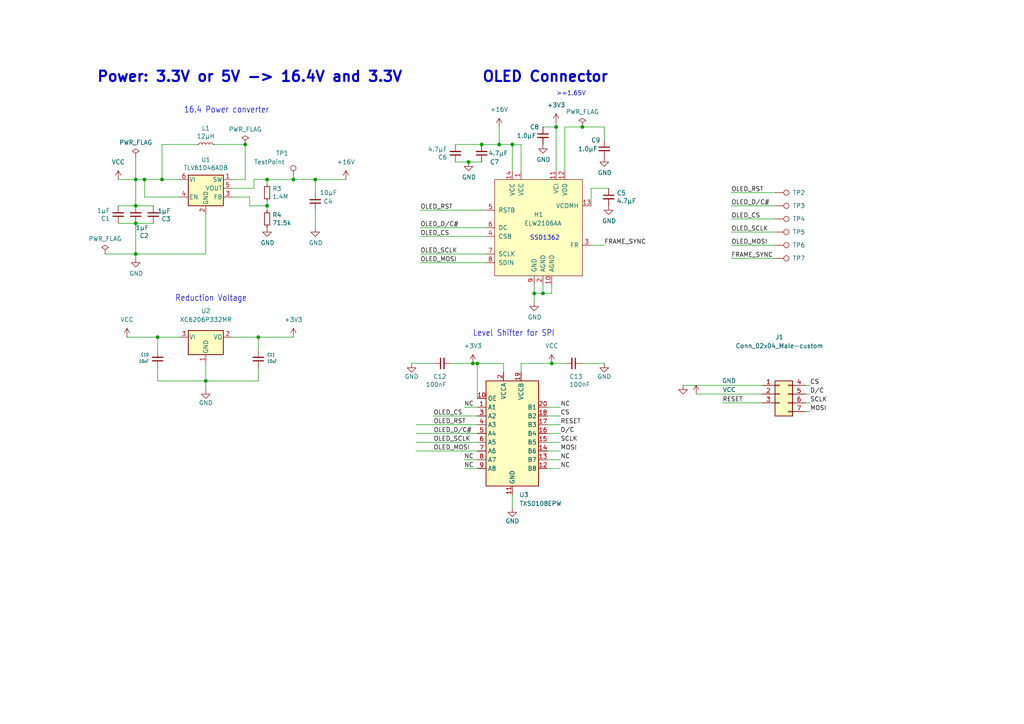
<source format=kicad_sch>
(kicad_sch (version 20211123) (generator eeschema)

  (uuid e63e39d7-6ac0-4ffd-8aa3-1841a4541b55)

  (paper "A4")

  (lib_symbols
    (symbol "+16v:+16V" (power) (pin_names (offset 0)) (in_bom yes) (on_board yes)
      (property "Reference" "#PWR012" (id 0) (at 0 -3.81 0)
        (effects (font (size 1.27 1.27)) hide)
      )
      (property "Value" "+16V" (id 1) (at 0 5.08 0)
        (effects (font (size 1.27 1.27)))
      )
      (property "Footprint" "" (id 2) (at 0 0 0)
        (effects (font (size 1.27 1.27)) hide)
      )
      (property "Datasheet" "" (id 3) (at 0 0 0)
        (effects (font (size 1.27 1.27)) hide)
      )
      (symbol "+16V_0_1"
        (polyline
          (pts
            (xy -0.762 1.27)
            (xy 0 2.54)
          )
          (stroke (width 0) (type default) (color 0 0 0 0))
          (fill (type none))
        )
        (polyline
          (pts
            (xy 0 0)
            (xy 0 2.54)
          )
          (stroke (width 0) (type default) (color 0 0 0 0))
          (fill (type none))
        )
        (polyline
          (pts
            (xy 0 2.54)
            (xy 0.762 1.27)
          )
          (stroke (width 0) (type default) (color 0 0 0 0))
          (fill (type none))
        )
      )
      (symbol "+16V_1_1"
        (pin power_in line (at 0 0 90) (length 0) hide
          (name "+16V" (effects (font (size 1.27 1.27))))
          (number "1" (effects (font (size 1.27 1.27))))
        )
      )
    )
    (symbol "+16v:Conn_02x04_Male-custom" (pin_names (offset 1.016) hide) (in_bom yes) (on_board yes)
      (property "Reference" "J1" (id 0) (at 0 16.51 0)
        (effects (font (size 1.27 1.27)))
      )
      (property "Value" "Conn_02x04_Male-custom" (id 1) (at 0 13.97 0)
        (effects (font (size 1.27 1.27)))
      )
      (property "Footprint" "custom:PinHeader_2x04_P2.54mm_Vertical-custom" (id 2) (at 0 0 0)
        (effects (font (size 1.27 1.27)) hide)
      )
      (property "Datasheet" "~" (id 3) (at 0 0 0)
        (effects (font (size 1.27 1.27)) hide)
      )
      (property "ki_keywords" "connector" (id 4) (at 0 0 0)
        (effects (font (size 1.27 1.27)) hide)
      )
      (property "ki_description" "Generic connector, double row, 02x04, top/bottom pin numbering scheme (row 1: 1...pins_per_row, row2: pins_per_row+1 ... num_pins), script generated (kicad-library-utils/schlib/autogen/connector/)" (id 5) (at 0 0 0)
        (effects (font (size 1.27 1.27)) hide)
      )
      (property "ki_fp_filters" "Connector*:*_2x??_*" (id 6) (at 0 0 0)
        (effects (font (size 1.27 1.27)) hide)
      )
      (symbol "Conn_02x04_Male-custom_1_1"
        (rectangle (start -1.27 -2.413) (end 0 -2.667)
          (stroke (width 0.1524) (type default) (color 0 0 0 0))
          (fill (type none))
        )
        (rectangle (start -1.27 0.127) (end 0 -0.127)
          (stroke (width 0.1524) (type default) (color 0 0 0 0))
          (fill (type none))
        )
        (rectangle (start -1.27 2.667) (end 0 2.413)
          (stroke (width 0.1524) (type default) (color 0 0 0 0))
          (fill (type none))
        )
        (rectangle (start -1.27 3.81) (end 3.81 -6.35)
          (stroke (width 0.254) (type default) (color 0 0 0 0))
          (fill (type background))
        )
        (rectangle (start 3.81 -4.953) (end 2.54 -5.207)
          (stroke (width 0.1524) (type default) (color 0 0 0 0))
          (fill (type none))
        )
        (rectangle (start 3.81 -2.413) (end 2.54 -2.667)
          (stroke (width 0.1524) (type default) (color 0 0 0 0))
          (fill (type none))
        )
        (rectangle (start 3.81 0.127) (end 2.54 -0.127)
          (stroke (width 0.1524) (type default) (color 0 0 0 0))
          (fill (type none))
        )
        (rectangle (start 3.81 2.667) (end 2.54 2.413)
          (stroke (width 0.1524) (type default) (color 0 0 0 0))
          (fill (type none))
        )
        (pin passive line (at -5.08 2.54 0) (length 3.81)
          (name "Pin_1" (effects (font (size 1.27 1.27))))
          (number "1" (effects (font (size 1.27 1.27))))
        )
        (pin passive line (at -5.08 0 0) (length 3.81)
          (name "Pin_2" (effects (font (size 1.27 1.27))))
          (number "2" (effects (font (size 1.27 1.27))))
        )
        (pin passive line (at -5.08 -2.54 0) (length 3.81)
          (name "Pin_3" (effects (font (size 1.27 1.27))))
          (number "3" (effects (font (size 1.27 1.27))))
        )
        (pin passive line (at 7.62 2.54 180) (length 3.81)
          (name "Pin_4" (effects (font (size 1.27 1.27))))
          (number "4" (effects (font (size 1.27 1.27))))
        )
        (pin passive line (at 7.62 0 180) (length 3.81)
          (name "Pin_5" (effects (font (size 1.27 1.27))))
          (number "5" (effects (font (size 1.27 1.27))))
        )
        (pin passive line (at 7.62 -2.54 180) (length 3.81)
          (name "Pin_6" (effects (font (size 1.27 1.27))))
          (number "6" (effects (font (size 1.27 1.27))))
        )
        (pin passive line (at 7.62 -5.08 180) (length 3.81)
          (name "Pin_7" (effects (font (size 1.27 1.27))))
          (number "7" (effects (font (size 1.27 1.27))))
        )
      )
    )
    (symbol "Connector:TestPoint" (pin_numbers hide) (pin_names (offset 0.762) hide) (in_bom yes) (on_board yes)
      (property "Reference" "TP" (id 0) (at 0 6.858 0)
        (effects (font (size 1.27 1.27)))
      )
      (property "Value" "TestPoint" (id 1) (at 0 5.08 0)
        (effects (font (size 1.27 1.27)))
      )
      (property "Footprint" "" (id 2) (at 5.08 0 0)
        (effects (font (size 1.27 1.27)) hide)
      )
      (property "Datasheet" "~" (id 3) (at 5.08 0 0)
        (effects (font (size 1.27 1.27)) hide)
      )
      (property "ki_keywords" "test point tp" (id 4) (at 0 0 0)
        (effects (font (size 1.27 1.27)) hide)
      )
      (property "ki_description" "test point" (id 5) (at 0 0 0)
        (effects (font (size 1.27 1.27)) hide)
      )
      (property "ki_fp_filters" "Pin* Test*" (id 6) (at 0 0 0)
        (effects (font (size 1.27 1.27)) hide)
      )
      (symbol "TestPoint_0_1"
        (circle (center 0 3.302) (radius 0.762)
          (stroke (width 0) (type default) (color 0 0 0 0))
          (fill (type none))
        )
      )
      (symbol "TestPoint_1_1"
        (pin passive line (at 0 0 90) (length 2.54)
          (name "1" (effects (font (size 1.27 1.27))))
          (number "1" (effects (font (size 1.27 1.27))))
        )
      )
    )
    (symbol "Device:C_Small" (pin_numbers hide) (pin_names (offset 0.254) hide) (in_bom yes) (on_board yes)
      (property "Reference" "C" (id 0) (at 0.254 1.778 0)
        (effects (font (size 1.27 1.27)) (justify left))
      )
      (property "Value" "C_Small" (id 1) (at 0.254 -2.032 0)
        (effects (font (size 1.27 1.27)) (justify left))
      )
      (property "Footprint" "" (id 2) (at 0 0 0)
        (effects (font (size 1.27 1.27)) hide)
      )
      (property "Datasheet" "~" (id 3) (at 0 0 0)
        (effects (font (size 1.27 1.27)) hide)
      )
      (property "ki_keywords" "capacitor cap" (id 4) (at 0 0 0)
        (effects (font (size 1.27 1.27)) hide)
      )
      (property "ki_description" "Unpolarized capacitor, small symbol" (id 5) (at 0 0 0)
        (effects (font (size 1.27 1.27)) hide)
      )
      (property "ki_fp_filters" "C_*" (id 6) (at 0 0 0)
        (effects (font (size 1.27 1.27)) hide)
      )
      (symbol "C_Small_0_1"
        (polyline
          (pts
            (xy -1.524 -0.508)
            (xy 1.524 -0.508)
          )
          (stroke (width 0.3302) (type default) (color 0 0 0 0))
          (fill (type none))
        )
        (polyline
          (pts
            (xy -1.524 0.508)
            (xy 1.524 0.508)
          )
          (stroke (width 0.3048) (type default) (color 0 0 0 0))
          (fill (type none))
        )
      )
      (symbol "C_Small_1_1"
        (pin passive line (at 0 2.54 270) (length 2.032)
          (name "~" (effects (font (size 1.27 1.27))))
          (number "1" (effects (font (size 1.27 1.27))))
        )
        (pin passive line (at 0 -2.54 90) (length 2.032)
          (name "~" (effects (font (size 1.27 1.27))))
          (number "2" (effects (font (size 1.27 1.27))))
        )
      )
    )
    (symbol "Device:L_Small" (pin_numbers hide) (pin_names (offset 0.254) hide) (in_bom yes) (on_board yes)
      (property "Reference" "L" (id 0) (at 0.762 1.016 0)
        (effects (font (size 1.27 1.27)) (justify left))
      )
      (property "Value" "L_Small" (id 1) (at 0.762 -1.016 0)
        (effects (font (size 1.27 1.27)) (justify left))
      )
      (property "Footprint" "" (id 2) (at 0 0 0)
        (effects (font (size 1.27 1.27)) hide)
      )
      (property "Datasheet" "~" (id 3) (at 0 0 0)
        (effects (font (size 1.27 1.27)) hide)
      )
      (property "ki_keywords" "inductor choke coil reactor magnetic" (id 4) (at 0 0 0)
        (effects (font (size 1.27 1.27)) hide)
      )
      (property "ki_description" "Inductor, small symbol" (id 5) (at 0 0 0)
        (effects (font (size 1.27 1.27)) hide)
      )
      (property "ki_fp_filters" "Choke_* *Coil* Inductor_* L_*" (id 6) (at 0 0 0)
        (effects (font (size 1.27 1.27)) hide)
      )
      (symbol "L_Small_0_1"
        (arc (start 0 -2.032) (mid 0.508 -1.524) (end 0 -1.016)
          (stroke (width 0) (type default) (color 0 0 0 0))
          (fill (type none))
        )
        (arc (start 0 -1.016) (mid 0.508 -0.508) (end 0 0)
          (stroke (width 0) (type default) (color 0 0 0 0))
          (fill (type none))
        )
        (arc (start 0 0) (mid 0.508 0.508) (end 0 1.016)
          (stroke (width 0) (type default) (color 0 0 0 0))
          (fill (type none))
        )
        (arc (start 0 1.016) (mid 0.508 1.524) (end 0 2.032)
          (stroke (width 0) (type default) (color 0 0 0 0))
          (fill (type none))
        )
      )
      (symbol "L_Small_1_1"
        (pin passive line (at 0 2.54 270) (length 0.508)
          (name "~" (effects (font (size 1.27 1.27))))
          (number "1" (effects (font (size 1.27 1.27))))
        )
        (pin passive line (at 0 -2.54 90) (length 0.508)
          (name "~" (effects (font (size 1.27 1.27))))
          (number "2" (effects (font (size 1.27 1.27))))
        )
      )
    )
    (symbol "Device:R_Small" (pin_numbers hide) (pin_names (offset 0.254) hide) (in_bom yes) (on_board yes)
      (property "Reference" "R" (id 0) (at 0.762 0.508 0)
        (effects (font (size 1.27 1.27)) (justify left))
      )
      (property "Value" "R_Small" (id 1) (at 0.762 -1.016 0)
        (effects (font (size 1.27 1.27)) (justify left))
      )
      (property "Footprint" "" (id 2) (at 0 0 0)
        (effects (font (size 1.27 1.27)) hide)
      )
      (property "Datasheet" "~" (id 3) (at 0 0 0)
        (effects (font (size 1.27 1.27)) hide)
      )
      (property "ki_keywords" "R resistor" (id 4) (at 0 0 0)
        (effects (font (size 1.27 1.27)) hide)
      )
      (property "ki_description" "Resistor, small symbol" (id 5) (at 0 0 0)
        (effects (font (size 1.27 1.27)) hide)
      )
      (property "ki_fp_filters" "R_*" (id 6) (at 0 0 0)
        (effects (font (size 1.27 1.27)) hide)
      )
      (symbol "R_Small_0_1"
        (rectangle (start -0.762 1.778) (end 0.762 -1.778)
          (stroke (width 0.2032) (type default) (color 0 0 0 0))
          (fill (type none))
        )
      )
      (symbol "R_Small_1_1"
        (pin passive line (at 0 2.54 270) (length 0.762)
          (name "~" (effects (font (size 1.27 1.27))))
          (number "1" (effects (font (size 1.27 1.27))))
        )
        (pin passive line (at 0 -2.54 90) (length 0.762)
          (name "~" (effects (font (size 1.27 1.27))))
          (number "2" (effects (font (size 1.27 1.27))))
        )
      )
    )
    (symbol "Logic_LevelTranslator:TXS0108EPW" (in_bom yes) (on_board yes)
      (property "Reference" "U" (id 0) (at -6.35 16.51 0)
        (effects (font (size 1.27 1.27)))
      )
      (property "Value" "TXS0108EPW" (id 1) (at 3.81 16.51 0)
        (effects (font (size 1.27 1.27)) (justify left))
      )
      (property "Footprint" "Package_SO:TSSOP-20_4.4x6.5mm_P0.65mm" (id 2) (at 0 -19.05 0)
        (effects (font (size 1.27 1.27)) hide)
      )
      (property "Datasheet" "www.ti.com/lit/ds/symlink/txs0108e.pdf" (id 3) (at 0 -2.54 0)
        (effects (font (size 1.27 1.27)) hide)
      )
      (property "ki_keywords" "8-bit" (id 4) (at 0 0 0)
        (effects (font (size 1.27 1.27)) hide)
      )
      (property "ki_description" "Bidirectional  level-shifting voltage translator, TSSOP-20" (id 5) (at 0 0 0)
        (effects (font (size 1.27 1.27)) hide)
      )
      (property "ki_fp_filters" "*SSOP*4.4x6.5mm*P0.65mm*" (id 6) (at 0 0 0)
        (effects (font (size 1.27 1.27)) hide)
      )
      (symbol "TXS0108EPW_0_1"
        (rectangle (start -7.62 15.24) (end 7.62 -15.24)
          (stroke (width 0.254) (type default) (color 0 0 0 0))
          (fill (type background))
        )
      )
      (symbol "TXS0108EPW_1_1"
        (pin bidirectional line (at -10.16 7.62 0) (length 2.54)
          (name "A1" (effects (font (size 1.27 1.27))))
          (number "1" (effects (font (size 1.27 1.27))))
        )
        (pin input line (at -10.16 10.16 0) (length 2.54)
          (name "OE" (effects (font (size 1.27 1.27))))
          (number "10" (effects (font (size 1.27 1.27))))
        )
        (pin power_in line (at 0 -17.78 90) (length 2.54)
          (name "GND" (effects (font (size 1.27 1.27))))
          (number "11" (effects (font (size 1.27 1.27))))
        )
        (pin bidirectional line (at 10.16 -10.16 180) (length 2.54)
          (name "B8" (effects (font (size 1.27 1.27))))
          (number "12" (effects (font (size 1.27 1.27))))
        )
        (pin bidirectional line (at 10.16 -7.62 180) (length 2.54)
          (name "B7" (effects (font (size 1.27 1.27))))
          (number "13" (effects (font (size 1.27 1.27))))
        )
        (pin bidirectional line (at 10.16 -5.08 180) (length 2.54)
          (name "B6" (effects (font (size 1.27 1.27))))
          (number "14" (effects (font (size 1.27 1.27))))
        )
        (pin bidirectional line (at 10.16 -2.54 180) (length 2.54)
          (name "B5" (effects (font (size 1.27 1.27))))
          (number "15" (effects (font (size 1.27 1.27))))
        )
        (pin bidirectional line (at 10.16 0 180) (length 2.54)
          (name "B4" (effects (font (size 1.27 1.27))))
          (number "16" (effects (font (size 1.27 1.27))))
        )
        (pin bidirectional line (at 10.16 2.54 180) (length 2.54)
          (name "B3" (effects (font (size 1.27 1.27))))
          (number "17" (effects (font (size 1.27 1.27))))
        )
        (pin bidirectional line (at 10.16 5.08 180) (length 2.54)
          (name "B2" (effects (font (size 1.27 1.27))))
          (number "18" (effects (font (size 1.27 1.27))))
        )
        (pin power_in line (at 2.54 17.78 270) (length 2.54)
          (name "VCCB" (effects (font (size 1.27 1.27))))
          (number "19" (effects (font (size 1.27 1.27))))
        )
        (pin power_in line (at -2.54 17.78 270) (length 2.54)
          (name "VCCA" (effects (font (size 1.27 1.27))))
          (number "2" (effects (font (size 1.27 1.27))))
        )
        (pin bidirectional line (at 10.16 7.62 180) (length 2.54)
          (name "B1" (effects (font (size 1.27 1.27))))
          (number "20" (effects (font (size 1.27 1.27))))
        )
        (pin bidirectional line (at -10.16 5.08 0) (length 2.54)
          (name "A2" (effects (font (size 1.27 1.27))))
          (number "3" (effects (font (size 1.27 1.27))))
        )
        (pin bidirectional line (at -10.16 2.54 0) (length 2.54)
          (name "A3" (effects (font (size 1.27 1.27))))
          (number "4" (effects (font (size 1.27 1.27))))
        )
        (pin bidirectional line (at -10.16 0 0) (length 2.54)
          (name "A4" (effects (font (size 1.27 1.27))))
          (number "5" (effects (font (size 1.27 1.27))))
        )
        (pin bidirectional line (at -10.16 -2.54 0) (length 2.54)
          (name "A5" (effects (font (size 1.27 1.27))))
          (number "6" (effects (font (size 1.27 1.27))))
        )
        (pin bidirectional line (at -10.16 -5.08 0) (length 2.54)
          (name "A6" (effects (font (size 1.27 1.27))))
          (number "7" (effects (font (size 1.27 1.27))))
        )
        (pin bidirectional line (at -10.16 -7.62 0) (length 2.54)
          (name "A7" (effects (font (size 1.27 1.27))))
          (number "8" (effects (font (size 1.27 1.27))))
        )
        (pin bidirectional line (at -10.16 -10.16 0) (length 2.54)
          (name "A8" (effects (font (size 1.27 1.27))))
          (number "9" (effects (font (size 1.27 1.27))))
        )
      )
    )
    (symbol "Regulator_Linear:XC6206PxxxMR" (pin_names (offset 0.254)) (in_bom yes) (on_board yes)
      (property "Reference" "U" (id 0) (at -3.81 3.175 0)
        (effects (font (size 1.27 1.27)))
      )
      (property "Value" "XC6206PxxxMR" (id 1) (at 0 3.175 0)
        (effects (font (size 1.27 1.27)) (justify left))
      )
      (property "Footprint" "Package_TO_SOT_SMD:SOT-23" (id 2) (at 0 5.715 0)
        (effects (font (size 1.27 1.27) italic) hide)
      )
      (property "Datasheet" "https://www.torexsemi.com/file/xc6206/XC6206.pdf" (id 3) (at 0 0 0)
        (effects (font (size 1.27 1.27)) hide)
      )
      (property "ki_keywords" "Torex LDO Voltage Regulator Fixed Positive" (id 4) (at 0 0 0)
        (effects (font (size 1.27 1.27)) hide)
      )
      (property "ki_description" "Positive 60-250mA Low Dropout Regulator, Fixed Output, SOT-23" (id 5) (at 0 0 0)
        (effects (font (size 1.27 1.27)) hide)
      )
      (property "ki_fp_filters" "SOT?23*" (id 6) (at 0 0 0)
        (effects (font (size 1.27 1.27)) hide)
      )
      (symbol "XC6206PxxxMR_0_1"
        (rectangle (start -5.08 1.905) (end 5.08 -5.08)
          (stroke (width 0.254) (type default) (color 0 0 0 0))
          (fill (type background))
        )
      )
      (symbol "XC6206PxxxMR_1_1"
        (pin power_in line (at 0 -7.62 90) (length 2.54)
          (name "GND" (effects (font (size 1.27 1.27))))
          (number "1" (effects (font (size 1.27 1.27))))
        )
        (pin power_out line (at 7.62 0 180) (length 2.54)
          (name "VO" (effects (font (size 1.27 1.27))))
          (number "2" (effects (font (size 1.27 1.27))))
        )
        (pin power_in line (at -7.62 0 0) (length 2.54)
          (name "VI" (effects (font (size 1.27 1.27))))
          (number "3" (effects (font (size 1.27 1.27))))
        )
      )
    )
    (symbol "Regulator_Switching:TLV61046ADB" (pin_names (offset 0.254)) (in_bom yes) (on_board yes)
      (property "Reference" "U" (id 0) (at -5.08 7.62 0)
        (effects (font (size 1.27 1.27)) (justify left))
      )
      (property "Value" "TLV61046ADB" (id 1) (at 0 7.62 0)
        (effects (font (size 1.27 1.27)) (justify left))
      )
      (property "Footprint" "Package_TO_SOT_SMD:SOT-23-6" (id 2) (at 1.27 -3.81 0)
        (effects (font (size 1.27 1.27) italic) (justify left) hide)
      )
      (property "Datasheet" "http://www.ti.com/lit/ds/symlink/tlv61046a.pdf" (id 3) (at 0 2.54 0)
        (effects (font (size 1.27 1.27)) hide)
      )
      (property "ki_keywords" "Step-Up DC-DC Converter" (id 4) (at 0 0 0)
        (effects (font (size 1.27 1.27)) hide)
      )
      (property "ki_description" "28-V Output Voltage Boost Converter with Power Diode and Isolation Switch, SOT-23-6" (id 5) (at 0 0 0)
        (effects (font (size 1.27 1.27)) hide)
      )
      (property "ki_fp_filters" "SOT?23*" (id 6) (at 0 0 0)
        (effects (font (size 1.27 1.27)) hide)
      )
      (symbol "TLV61046ADB_0_1"
        (rectangle (start -5.08 6.35) (end 5.08 -2.54)
          (stroke (width 0.254) (type default) (color 0 0 0 0))
          (fill (type background))
        )
      )
      (symbol "TLV61046ADB_1_1"
        (pin power_in line (at 7.62 5.08 180) (length 2.54)
          (name "SW" (effects (font (size 1.27 1.27))))
          (number "1" (effects (font (size 1.27 1.27))))
        )
        (pin power_in line (at 0 -5.08 90) (length 2.54)
          (name "GND" (effects (font (size 1.27 1.27))))
          (number "2" (effects (font (size 1.27 1.27))))
        )
        (pin input line (at 7.62 0 180) (length 2.54)
          (name "FB" (effects (font (size 1.27 1.27))))
          (number "3" (effects (font (size 1.27 1.27))))
        )
        (pin input line (at -7.62 0 0) (length 2.54)
          (name "EN" (effects (font (size 1.27 1.27))))
          (number "4" (effects (font (size 1.27 1.27))))
        )
        (pin power_out line (at 7.62 2.54 180) (length 2.54)
          (name "VOUT" (effects (font (size 1.27 1.27))))
          (number "5" (effects (font (size 1.27 1.27))))
        )
        (pin power_in line (at -7.62 5.08 0) (length 2.54)
          (name "VI" (effects (font (size 1.27 1.27))))
          (number "6" (effects (font (size 1.27 1.27))))
        )
      )
    )
    (symbol "elw2106aa:ELW2106AA" (pin_names (offset 1.016)) (in_bom yes) (on_board yes)
      (property "Reference" "H" (id 0) (at -10.16 15.24 0)
        (effects (font (size 1.27 1.27)))
      )
      (property "Value" "ELW2106AA" (id 1) (at 0 2.54 0)
        (effects (font (size 1.27 1.27)))
      )
      (property "Footprint" "Jitter_Footprints:Molex_503480-1400-1x14-1MP_P0.5mm_Horizontal" (id 2) (at -3.81 29.21 0)
        (effects (font (size 1.27 1.27)) hide)
      )
      (property "Datasheet" "" (id 3) (at 2.54 2.54 0)
        (effects (font (size 1.27 1.27)) hide)
      )
      (symbol "ELW2106AA_0_0"
        (pin power_in line (at -5.08 16.51 270) (length 2.54)
          (name "VCC" (effects (font (size 1.27 1.27))))
          (number "1" (effects (font (size 1.27 1.27))))
        )
        (pin power_in line (at 3.81 -16.51 90) (length 2.54)
          (name "AGND" (effects (font (size 1.27 1.27))))
          (number "10" (effects (font (size 1.27 1.27))))
        )
        (pin power_in line (at 5.08 16.51 270) (length 2.54)
          (name "VCI" (effects (font (size 1.27 1.27))))
          (number "11" (effects (font (size 1.27 1.27))))
        )
        (pin power_in line (at 7.62 16.51 270) (length 2.54)
          (name "VDD" (effects (font (size 1.27 1.27))))
          (number "12" (effects (font (size 1.27 1.27))))
        )
        (pin power_out line (at 15.24 6.35 180) (length 2.54)
          (name "VCOMH" (effects (font (size 1.27 1.27))))
          (number "13" (effects (font (size 1.27 1.27))))
        )
        (pin power_in line (at -7.62 16.51 270) (length 2.54)
          (name "VCC" (effects (font (size 1.27 1.27))))
          (number "14" (effects (font (size 1.27 1.27))))
        )
        (pin power_in line (at 1.27 -16.51 90) (length 2.54)
          (name "AGND" (effects (font (size 1.27 1.27))))
          (number "2" (effects (font (size 1.27 1.27))))
        )
        (pin output line (at 15.24 -5.08 180) (length 2.54)
          (name "FR" (effects (font (size 1.27 1.27))))
          (number "3" (effects (font (size 1.27 1.27))))
        )
        (pin input line (at -15.24 -2.54 0) (length 2.54)
          (name "CSB" (effects (font (size 1.27 1.27))))
          (number "4" (effects (font (size 1.27 1.27))))
        )
        (pin input line (at -15.24 5.08 0) (length 2.54)
          (name "RSTB" (effects (font (size 1.27 1.27))))
          (number "5" (effects (font (size 1.27 1.27))))
        )
        (pin input line (at -15.24 0 0) (length 2.54)
          (name "DC" (effects (font (size 1.27 1.27))))
          (number "6" (effects (font (size 1.27 1.27))))
        )
        (pin input line (at -15.24 -7.62 0) (length 2.54)
          (name "SCLK" (effects (font (size 1.27 1.27))))
          (number "7" (effects (font (size 1.27 1.27))))
        )
        (pin input line (at -15.24 -10.16 0) (length 2.54)
          (name "SDIN" (effects (font (size 1.27 1.27))))
          (number "8" (effects (font (size 1.27 1.27))))
        )
        (pin power_in line (at -1.27 -16.51 90) (length 2.54)
          (name "GND" (effects (font (size 1.27 1.27))))
          (number "9" (effects (font (size 1.27 1.27))))
        )
      )
      (symbol "ELW2106AA_0_1"
        (rectangle (start -12.7 13.97) (end 12.7 -13.97)
          (stroke (width 0) (type default) (color 0 0 0 0))
          (fill (type background))
        )
      )
    )
    (symbol "power:+3.3V" (power) (pin_names (offset 0)) (in_bom yes) (on_board yes)
      (property "Reference" "#PWR" (id 0) (at 0 -3.81 0)
        (effects (font (size 1.27 1.27)) hide)
      )
      (property "Value" "+3.3V" (id 1) (at 0 3.556 0)
        (effects (font (size 1.27 1.27)))
      )
      (property "Footprint" "" (id 2) (at 0 0 0)
        (effects (font (size 1.27 1.27)) hide)
      )
      (property "Datasheet" "" (id 3) (at 0 0 0)
        (effects (font (size 1.27 1.27)) hide)
      )
      (property "ki_keywords" "power-flag" (id 4) (at 0 0 0)
        (effects (font (size 1.27 1.27)) hide)
      )
      (property "ki_description" "Power symbol creates a global label with name \"+3.3V\"" (id 5) (at 0 0 0)
        (effects (font (size 1.27 1.27)) hide)
      )
      (symbol "+3.3V_0_1"
        (polyline
          (pts
            (xy -0.762 1.27)
            (xy 0 2.54)
          )
          (stroke (width 0) (type default) (color 0 0 0 0))
          (fill (type none))
        )
        (polyline
          (pts
            (xy 0 0)
            (xy 0 2.54)
          )
          (stroke (width 0) (type default) (color 0 0 0 0))
          (fill (type none))
        )
        (polyline
          (pts
            (xy 0 2.54)
            (xy 0.762 1.27)
          )
          (stroke (width 0) (type default) (color 0 0 0 0))
          (fill (type none))
        )
      )
      (symbol "+3.3V_1_1"
        (pin power_in line (at 0 0 90) (length 0) hide
          (name "+3V3" (effects (font (size 1.27 1.27))))
          (number "1" (effects (font (size 1.27 1.27))))
        )
      )
    )
    (symbol "power:GND" (power) (pin_names (offset 0)) (in_bom yes) (on_board yes)
      (property "Reference" "#PWR" (id 0) (at 0 -6.35 0)
        (effects (font (size 1.27 1.27)) hide)
      )
      (property "Value" "GND" (id 1) (at 0 -3.81 0)
        (effects (font (size 1.27 1.27)))
      )
      (property "Footprint" "" (id 2) (at 0 0 0)
        (effects (font (size 1.27 1.27)) hide)
      )
      (property "Datasheet" "" (id 3) (at 0 0 0)
        (effects (font (size 1.27 1.27)) hide)
      )
      (property "ki_keywords" "power-flag" (id 4) (at 0 0 0)
        (effects (font (size 1.27 1.27)) hide)
      )
      (property "ki_description" "Power symbol creates a global label with name \"GND\" , ground" (id 5) (at 0 0 0)
        (effects (font (size 1.27 1.27)) hide)
      )
      (symbol "GND_0_1"
        (polyline
          (pts
            (xy 0 0)
            (xy 0 -1.27)
            (xy 1.27 -1.27)
            (xy 0 -2.54)
            (xy -1.27 -1.27)
            (xy 0 -1.27)
          )
          (stroke (width 0) (type default) (color 0 0 0 0))
          (fill (type none))
        )
      )
      (symbol "GND_1_1"
        (pin power_in line (at 0 0 270) (length 0) hide
          (name "GND" (effects (font (size 1.27 1.27))))
          (number "1" (effects (font (size 1.27 1.27))))
        )
      )
    )
    (symbol "power:PWR_FLAG" (power) (pin_numbers hide) (pin_names (offset 0) hide) (in_bom yes) (on_board yes)
      (property "Reference" "#FLG" (id 0) (at 0 1.905 0)
        (effects (font (size 1.27 1.27)) hide)
      )
      (property "Value" "PWR_FLAG" (id 1) (at 0 3.81 0)
        (effects (font (size 1.27 1.27)))
      )
      (property "Footprint" "" (id 2) (at 0 0 0)
        (effects (font (size 1.27 1.27)) hide)
      )
      (property "Datasheet" "~" (id 3) (at 0 0 0)
        (effects (font (size 1.27 1.27)) hide)
      )
      (property "ki_keywords" "power-flag" (id 4) (at 0 0 0)
        (effects (font (size 1.27 1.27)) hide)
      )
      (property "ki_description" "Special symbol for telling ERC where power comes from" (id 5) (at 0 0 0)
        (effects (font (size 1.27 1.27)) hide)
      )
      (symbol "PWR_FLAG_0_0"
        (pin power_out line (at 0 0 90) (length 0)
          (name "pwr" (effects (font (size 1.27 1.27))))
          (number "1" (effects (font (size 1.27 1.27))))
        )
      )
      (symbol "PWR_FLAG_0_1"
        (polyline
          (pts
            (xy 0 0)
            (xy 0 1.27)
            (xy -1.016 1.905)
            (xy 0 2.54)
            (xy 1.016 1.905)
            (xy 0 1.27)
          )
          (stroke (width 0) (type default) (color 0 0 0 0))
          (fill (type none))
        )
      )
    )
    (symbol "power:VCC" (power) (pin_names (offset 0)) (in_bom yes) (on_board yes)
      (property "Reference" "#PWR" (id 0) (at 0 -3.81 0)
        (effects (font (size 1.27 1.27)) hide)
      )
      (property "Value" "VCC" (id 1) (at 0 3.81 0)
        (effects (font (size 1.27 1.27)))
      )
      (property "Footprint" "" (id 2) (at 0 0 0)
        (effects (font (size 1.27 1.27)) hide)
      )
      (property "Datasheet" "" (id 3) (at 0 0 0)
        (effects (font (size 1.27 1.27)) hide)
      )
      (property "ki_keywords" "power-flag" (id 4) (at 0 0 0)
        (effects (font (size 1.27 1.27)) hide)
      )
      (property "ki_description" "Power symbol creates a global label with name \"VCC\"" (id 5) (at 0 0 0)
        (effects (font (size 1.27 1.27)) hide)
      )
      (symbol "VCC_0_1"
        (polyline
          (pts
            (xy -0.762 1.27)
            (xy 0 2.54)
          )
          (stroke (width 0) (type default) (color 0 0 0 0))
          (fill (type none))
        )
        (polyline
          (pts
            (xy 0 0)
            (xy 0 2.54)
          )
          (stroke (width 0) (type default) (color 0 0 0 0))
          (fill (type none))
        )
        (polyline
          (pts
            (xy 0 2.54)
            (xy 0.762 1.27)
          )
          (stroke (width 0) (type default) (color 0 0 0 0))
          (fill (type none))
        )
      )
      (symbol "VCC_1_1"
        (pin power_in line (at 0 0 90) (length 0) hide
          (name "VCC" (effects (font (size 1.27 1.27))))
          (number "1" (effects (font (size 1.27 1.27))))
        )
      )
    )
  )

  (junction (at 71.12 41.91) (diameter 0) (color 0 0 0 0)
    (uuid 00e4ff99-836d-45e1-bf44-9ede0f47c204)
  )
  (junction (at 74.93 97.79) (diameter 0) (color 0 0 0 0)
    (uuid 0b9ea8d6-302a-4db1-86ec-d17e248e8849)
  )
  (junction (at 39.37 64.77) (diameter 0) (color 0 0 0 0)
    (uuid 1f702b4b-b8cc-4d21-838f-eeea200d5be1)
  )
  (junction (at 39.37 73.66) (diameter 0) (color 0 0 0 0)
    (uuid 243644c2-a5a8-4988-b510-037359b44ade)
  )
  (junction (at 154.94 85.09) (diameter 0) (color 0 0 0 0)
    (uuid 41b4f8c6-4973-4fc7-9118-d582bc7f31e7)
  )
  (junction (at 45.72 97.79) (diameter 0) (color 0 0 0 0)
    (uuid 4edd07fa-7c17-4ffd-bbaf-2f3d0a8c79ee)
  )
  (junction (at 85.09 52.07) (diameter 0) (color 0 0 0 0)
    (uuid 4fcf1c08-0efc-4e7f-ac86-76d55a0b85a0)
  )
  (junction (at 157.48 85.09) (diameter 0) (color 0 0 0 0)
    (uuid 54093c93-5e7e-4c8d-8d94-40c077747c12)
  )
  (junction (at 168.91 36.83) (diameter 0) (color 0 0 0 0)
    (uuid 5a33f5a4-a470-4c04-9e2d-532b5f01a5d6)
  )
  (junction (at 160.02 105.41) (diameter 0) (color 0 0 0 0)
    (uuid 6a3ac205-30b3-4ca7-ada8-226d68ebe48c)
  )
  (junction (at 77.47 59.69) (diameter 0) (color 0 0 0 0)
    (uuid 6b74a168-5d7b-4d08-9a76-51b743083749)
  )
  (junction (at 161.29 36.83) (diameter 0) (color 0 0 0 0)
    (uuid 6f1beb86-67e1-46bf-8c2b-6d1e1485d5c0)
  )
  (junction (at 39.37 59.69) (diameter 0) (color 0 0 0 0)
    (uuid 7e70635b-7e9d-432d-95f8-c4df9d53d0d2)
  )
  (junction (at 139.7 41.91) (diameter 0) (color 0 0 0 0)
    (uuid 8b3ba7fc-20b6-43c4-a020-80151e1caecc)
  )
  (junction (at 138.43 105.41) (diameter 0) (color 0 0 0 0)
    (uuid 9066286b-ca98-4f50-820e-096a6e0afde5)
  )
  (junction (at 41.91 52.07) (diameter 0) (color 0 0 0 0)
    (uuid 93506527-f6bb-49e0-9255-9391992cd422)
  )
  (junction (at 148.59 41.91) (diameter 0) (color 0 0 0 0)
    (uuid 9640e044-e4b2-4c33-9e1c-1d9894a69337)
  )
  (junction (at 59.69 110.49) (diameter 0) (color 0 0 0 0)
    (uuid 9c8bbd03-6532-473e-8b1f-01bf019ad5c9)
  )
  (junction (at 46.99 52.07) (diameter 0) (color 0 0 0 0)
    (uuid accb3325-470c-4a79-b2da-8615b3c6f2b4)
  )
  (junction (at 135.89 46.99) (diameter 0) (color 0 0 0 0)
    (uuid ae8bb5ae-95ee-4e2d-8a0c-ae5b6149b4e3)
  )
  (junction (at 77.47 52.07) (diameter 0) (color 0 0 0 0)
    (uuid c50d6d45-acbd-41da-8eee-ed879a037d0f)
  )
  (junction (at 39.37 52.07) (diameter 0) (color 0 0 0 0)
    (uuid db79efc0-e826-4a1c-87e6-cbe23d1836c8)
  )
  (junction (at 91.44 52.07) (diameter 0) (color 0 0 0 0)
    (uuid eac4ad10-c7a9-49c8-89c3-963ea9a2abd9)
  )
  (junction (at 144.78 41.91) (diameter 0) (color 0 0 0 0)
    (uuid fd29cce5-2d5d-4676-956a-df49a3c13d23)
  )
  (junction (at 137.16 105.41) (diameter 0) (color 0 0 0 0)
    (uuid ffd3f222-965b-4d96-b30a-cd9755c6805f)
  )

  (wire (pts (xy 160.02 82.55) (xy 160.02 85.09))
    (stroke (width 0) (type default) (color 0 0 0 0))
    (uuid 01024d27-e392-4482-9e67-565b0c294fe8)
  )
  (wire (pts (xy 161.29 35.56) (xy 161.29 36.83))
    (stroke (width 0) (type default) (color 0 0 0 0))
    (uuid 0554bea0-89b2-4e25-9ea3-4c73921c94cb)
  )
  (wire (pts (xy 162.56 123.19) (xy 158.75 123.19))
    (stroke (width 0) (type default) (color 0 0 0 0))
    (uuid 067ee1bd-b4a0-49b4-812c-57592f581cef)
  )
  (wire (pts (xy 39.37 64.77) (xy 39.37 73.66))
    (stroke (width 0) (type default) (color 0 0 0 0))
    (uuid 07c663a1-be98-4ae6-a14e-f295215cb81d)
  )
  (wire (pts (xy 77.47 58.42) (xy 77.47 59.69))
    (stroke (width 0) (type default) (color 0 0 0 0))
    (uuid 07d2c7d8-9c1c-4f16-95c1-8045b9f45cf2)
  )
  (wire (pts (xy 39.37 64.77) (xy 44.45 64.77))
    (stroke (width 0) (type default) (color 0 0 0 0))
    (uuid 0a5d6284-9cdb-4265-ac27-d76c3ec77e46)
  )
  (wire (pts (xy 160.02 105.41) (xy 163.83 105.41))
    (stroke (width 0) (type default) (color 0 0 0 0))
    (uuid 0b21519a-13ba-4d47-8a56-9577a9e0e1c1)
  )
  (wire (pts (xy 140.97 66.04) (xy 121.92 66.04))
    (stroke (width 0) (type default) (color 0 0 0 0))
    (uuid 15ea3484-2685-47cb-9e01-ec01c6d477b8)
  )
  (wire (pts (xy 175.26 105.41) (xy 168.91 105.41))
    (stroke (width 0) (type default) (color 0 0 0 0))
    (uuid 17123c98-f9c6-4437-b387-52d14f7c2cc7)
  )
  (wire (pts (xy 91.44 60.96) (xy 91.44 66.04))
    (stroke (width 0) (type default) (color 0 0 0 0))
    (uuid 18db2e23-c07f-425e-8626-59b05d187cdb)
  )
  (wire (pts (xy 67.31 57.15) (xy 72.39 57.15))
    (stroke (width 0) (type default) (color 0 0 0 0))
    (uuid 1978a2b8-52f8-461d-95e9-9b9f25148dbe)
  )
  (wire (pts (xy 139.7 41.91) (xy 132.08 41.91))
    (stroke (width 0) (type default) (color 0 0 0 0))
    (uuid 199124ca-dd64-45cf-a063-97cc545cbea7)
  )
  (wire (pts (xy 67.31 52.07) (xy 71.12 52.07))
    (stroke (width 0) (type default) (color 0 0 0 0))
    (uuid 19cbda20-8968-4c35-923e-40ce69eb2c34)
  )
  (wire (pts (xy 91.44 52.07) (xy 100.33 52.07))
    (stroke (width 0) (type default) (color 0 0 0 0))
    (uuid 1a8dab4c-860e-4aea-ba23-8ccd551d84e9)
  )
  (wire (pts (xy 85.09 52.07) (xy 91.44 52.07))
    (stroke (width 0) (type default) (color 0 0 0 0))
    (uuid 1b63c404-4d95-4443-af9b-ab50432758bc)
  )
  (wire (pts (xy 146.05 107.95) (xy 146.05 105.41))
    (stroke (width 0) (type default) (color 0 0 0 0))
    (uuid 1c7c8db5-ff59-424d-ae13-20a8c4bbd062)
  )
  (wire (pts (xy 144.78 41.91) (xy 148.59 41.91))
    (stroke (width 0) (type default) (color 0 0 0 0))
    (uuid 1d0d5161-c82f-4c77-a9ca-15d017db65d3)
  )
  (wire (pts (xy 45.72 97.79) (xy 36.83 97.79))
    (stroke (width 0) (type default) (color 0 0 0 0))
    (uuid 1ddba672-488f-4c25-80e9-3104cc5e8350)
  )
  (wire (pts (xy 171.45 54.61) (xy 176.53 54.61))
    (stroke (width 0) (type default) (color 0 0 0 0))
    (uuid 22c28634-55a5-4f76-9217-6b70ddd108b8)
  )
  (wire (pts (xy 34.29 52.07) (xy 39.37 52.07))
    (stroke (width 0) (type default) (color 0 0 0 0))
    (uuid 23ccef44-4fac-4320-80b8-733634334a7a)
  )
  (wire (pts (xy 212.09 71.12) (xy 224.79 71.12))
    (stroke (width 0) (type default) (color 0 0 0 0))
    (uuid 253cb578-e5c8-432d-bd52-29df16c8caf8)
  )
  (wire (pts (xy 138.43 105.41) (xy 138.43 115.57))
    (stroke (width 0) (type default) (color 0 0 0 0))
    (uuid 293e7585-0133-4b6c-b48e-c92097a232bf)
  )
  (wire (pts (xy 161.29 36.83) (xy 161.29 49.53))
    (stroke (width 0) (type default) (color 0 0 0 0))
    (uuid 2ba25c40-ea42-478e-9150-1d94fa1c8ae9)
  )
  (wire (pts (xy 74.93 101.6) (xy 74.93 97.79))
    (stroke (width 0) (type default) (color 0 0 0 0))
    (uuid 2dde0428-d641-422f-8d4b-45e0500f129e)
  )
  (wire (pts (xy 39.37 59.69) (xy 39.37 52.07))
    (stroke (width 0) (type default) (color 0 0 0 0))
    (uuid 2dfb2354-fae7-4b55-949f-2ba9bd820f92)
  )
  (wire (pts (xy 62.23 41.91) (xy 71.12 41.91))
    (stroke (width 0) (type default) (color 0 0 0 0))
    (uuid 3016f82c-f9ba-4261-b0a3-5308a5a478cd)
  )
  (wire (pts (xy 151.13 41.91) (xy 151.13 49.53))
    (stroke (width 0) (type default) (color 0 0 0 0))
    (uuid 3335d379-08d8-4469-9fa1-495ed5a43fba)
  )
  (wire (pts (xy 154.94 82.55) (xy 154.94 85.09))
    (stroke (width 0) (type default) (color 0 0 0 0))
    (uuid 34a11a07-8b7f-45d2-96e3-89fd43e62756)
  )
  (wire (pts (xy 212.09 67.31) (xy 224.79 67.31))
    (stroke (width 0) (type default) (color 0 0 0 0))
    (uuid 3839f805-e10f-4159-b33e-74fb941b36b2)
  )
  (wire (pts (xy 39.37 59.69) (xy 34.29 59.69))
    (stroke (width 0) (type default) (color 0 0 0 0))
    (uuid 3c475ea9-7873-4d60-b97f-ca7047365597)
  )
  (wire (pts (xy 148.59 143.51) (xy 148.59 147.32))
    (stroke (width 0) (type default) (color 0 0 0 0))
    (uuid 3dddd9d7-d43e-498b-8f50-210cdebd6fe6)
  )
  (wire (pts (xy 77.47 59.69) (xy 77.47 60.96))
    (stroke (width 0) (type default) (color 0 0 0 0))
    (uuid 3e2cc8ed-d1bf-4b5c-b858-b109df01a3c1)
  )
  (wire (pts (xy 73.66 54.61) (xy 73.66 52.07))
    (stroke (width 0) (type default) (color 0 0 0 0))
    (uuid 3ea7cf9a-7cd7-40df-8747-1c9a94565946)
  )
  (wire (pts (xy 120.65 123.19) (xy 138.43 123.19))
    (stroke (width 0) (type default) (color 0 0 0 0))
    (uuid 3f721241-b018-4a29-b902-0111852b365c)
  )
  (wire (pts (xy 233.68 119.38) (xy 234.95 119.38))
    (stroke (width 0) (type default) (color 0 0 0 0))
    (uuid 425ccc92-98de-47b9-920d-b023f86896d9)
  )
  (wire (pts (xy 125.73 120.65) (xy 138.43 120.65))
    (stroke (width 0) (type default) (color 0 0 0 0))
    (uuid 457a7d78-fec4-4511-9832-58a9df88381f)
  )
  (wire (pts (xy 154.94 85.09) (xy 154.94 87.63))
    (stroke (width 0) (type default) (color 0 0 0 0))
    (uuid 47993d80-a37e-426e-90c9-fd54b49ed166)
  )
  (wire (pts (xy 148.59 41.91) (xy 151.13 41.91))
    (stroke (width 0) (type default) (color 0 0 0 0))
    (uuid 4d2fd49e-2cb2-44d4-8935-68488970d97b)
  )
  (wire (pts (xy 137.16 105.41) (xy 138.43 105.41))
    (stroke (width 0) (type default) (color 0 0 0 0))
    (uuid 4fb8a5c4-e6aa-4d6f-9c11-90ec9ea4a812)
  )
  (wire (pts (xy 198.12 111.76) (xy 220.98 111.76))
    (stroke (width 0) (type default) (color 0 0 0 0))
    (uuid 513d0c6e-db88-42bf-9ae4-a5ef38d2d9af)
  )
  (wire (pts (xy 171.45 59.69) (xy 171.45 54.61))
    (stroke (width 0) (type default) (color 0 0 0 0))
    (uuid 51cc007a-3378-4ce3-909c-71e94822f8d1)
  )
  (wire (pts (xy 59.69 110.49) (xy 59.69 113.03))
    (stroke (width 0) (type default) (color 0 0 0 0))
    (uuid 51cc7c09-f862-4e3d-84ca-787eba8fae3e)
  )
  (wire (pts (xy 59.69 105.41) (xy 59.69 110.49))
    (stroke (width 0) (type default) (color 0 0 0 0))
    (uuid 53c9d0b3-c8a9-400b-bdb9-09bc592c109e)
  )
  (wire (pts (xy 132.08 46.99) (xy 135.89 46.99))
    (stroke (width 0) (type default) (color 0 0 0 0))
    (uuid 57f248a7-365e-4c42-b80d-5a7d1f9dfaf3)
  )
  (wire (pts (xy 41.91 57.15) (xy 52.07 57.15))
    (stroke (width 0) (type default) (color 0 0 0 0))
    (uuid 5aa7d921-ee47-49f0-a0db-d8f789a74e8f)
  )
  (wire (pts (xy 59.69 110.49) (xy 74.93 110.49))
    (stroke (width 0) (type default) (color 0 0 0 0))
    (uuid 63c518c2-92f6-4d00-af0d-900e60859f80)
  )
  (wire (pts (xy 91.44 52.07) (xy 91.44 55.88))
    (stroke (width 0) (type default) (color 0 0 0 0))
    (uuid 644bbba9-029f-4af6-a25e-e63924e87d14)
  )
  (wire (pts (xy 39.37 59.69) (xy 44.45 59.69))
    (stroke (width 0) (type default) (color 0 0 0 0))
    (uuid 6a0a28ba-f3ad-4de1-b0fb-e44f80f24930)
  )
  (wire (pts (xy 59.69 73.66) (xy 39.37 73.66))
    (stroke (width 0) (type default) (color 0 0 0 0))
    (uuid 6aa13560-4467-44ad-a344-5fbec7778f34)
  )
  (wire (pts (xy 46.99 41.91) (xy 57.15 41.91))
    (stroke (width 0) (type default) (color 0 0 0 0))
    (uuid 6c738fea-eddc-45c5-ba86-7487ff0432ee)
  )
  (wire (pts (xy 158.75 118.11) (xy 162.56 118.11))
    (stroke (width 0) (type default) (color 0 0 0 0))
    (uuid 6de4decf-e8c2-48aa-b5d7-fbc2fef25297)
  )
  (wire (pts (xy 120.65 130.81) (xy 138.43 130.81))
    (stroke (width 0) (type default) (color 0 0 0 0))
    (uuid 71a61745-987a-4c14-95cd-48aa317bc6be)
  )
  (wire (pts (xy 160.02 85.09) (xy 157.48 85.09))
    (stroke (width 0) (type default) (color 0 0 0 0))
    (uuid 77ef8901-6325-4427-901a-4acd9074dd7b)
  )
  (wire (pts (xy 74.93 97.79) (xy 85.09 97.79))
    (stroke (width 0) (type default) (color 0 0 0 0))
    (uuid 78a0c5ac-9f5c-48ed-b9b9-f2284e1ad0a7)
  )
  (wire (pts (xy 120.65 125.73) (xy 138.43 125.73))
    (stroke (width 0) (type default) (color 0 0 0 0))
    (uuid 79c27efc-42f4-4173-8f43-167a7f854bd8)
  )
  (wire (pts (xy 46.99 52.07) (xy 52.07 52.07))
    (stroke (width 0) (type default) (color 0 0 0 0))
    (uuid 7cdc95cc-c2a2-4f44-bc43-7ffa2d077308)
  )
  (wire (pts (xy 201.93 114.3) (xy 220.98 114.3))
    (stroke (width 0) (type default) (color 0 0 0 0))
    (uuid 7d05630e-65c5-4cf9-af3c-040eaa2885d7)
  )
  (wire (pts (xy 134.62 133.35) (xy 138.43 133.35))
    (stroke (width 0) (type default) (color 0 0 0 0))
    (uuid 7f494678-85f3-4776-8c2a-3b2ff8bb2698)
  )
  (wire (pts (xy 71.12 52.07) (xy 71.12 41.91))
    (stroke (width 0) (type default) (color 0 0 0 0))
    (uuid 8147b5bd-26c9-499c-bd0f-82581eb8acbc)
  )
  (wire (pts (xy 158.75 135.89) (xy 162.56 135.89))
    (stroke (width 0) (type default) (color 0 0 0 0))
    (uuid 88a06978-e8ca-422b-814e-2bbae3203115)
  )
  (wire (pts (xy 157.48 85.09) (xy 154.94 85.09))
    (stroke (width 0) (type default) (color 0 0 0 0))
    (uuid 88a17e56-466a-45e7-9047-7346a507f505)
  )
  (wire (pts (xy 41.91 52.07) (xy 46.99 52.07))
    (stroke (width 0) (type default) (color 0 0 0 0))
    (uuid 8e1989f1-0414-4689-8643-987385af29dc)
  )
  (wire (pts (xy 67.31 54.61) (xy 73.66 54.61))
    (stroke (width 0) (type default) (color 0 0 0 0))
    (uuid 90785223-6d97-4390-8591-b39e1571cb90)
  )
  (wire (pts (xy 30.48 73.66) (xy 39.37 73.66))
    (stroke (width 0) (type default) (color 0 0 0 0))
    (uuid 910be5b1-538a-438f-9fcf-88fdcd00d2d8)
  )
  (wire (pts (xy 59.69 62.23) (xy 59.69 73.66))
    (stroke (width 0) (type default) (color 0 0 0 0))
    (uuid 912234ac-3151-4e07-b683-e1124c6a5005)
  )
  (wire (pts (xy 212.09 55.88) (xy 224.79 55.88))
    (stroke (width 0) (type default) (color 0 0 0 0))
    (uuid 95591dc5-523d-4b1a-823e-ed816bee33d1)
  )
  (wire (pts (xy 41.91 52.07) (xy 41.91 57.15))
    (stroke (width 0) (type default) (color 0 0 0 0))
    (uuid 957e63c9-1715-4dcb-80aa-83074f31f6a7)
  )
  (wire (pts (xy 158.75 128.27) (xy 162.56 128.27))
    (stroke (width 0) (type default) (color 0 0 0 0))
    (uuid 96426a9f-d90e-447e-a693-d777987ccd1b)
  )
  (wire (pts (xy 175.26 71.12) (xy 171.45 71.12))
    (stroke (width 0) (type default) (color 0 0 0 0))
    (uuid 96ef76a5-90c3-4767-98ba-2b61887e28d3)
  )
  (wire (pts (xy 212.09 74.93) (xy 224.79 74.93))
    (stroke (width 0) (type default) (color 0 0 0 0))
    (uuid 9b4c5338-345b-420c-ac4f-c9d92789f98d)
  )
  (wire (pts (xy 158.75 130.81) (xy 162.56 130.81))
    (stroke (width 0) (type default) (color 0 0 0 0))
    (uuid 9e532de7-9cc1-4d42-ab33-7da46abe346a)
  )
  (wire (pts (xy 120.65 128.27) (xy 138.43 128.27))
    (stroke (width 0) (type default) (color 0 0 0 0))
    (uuid a0eb42a7-47e9-4a33-8461-1b5b635a25cb)
  )
  (wire (pts (xy 72.39 57.15) (xy 72.39 59.69))
    (stroke (width 0) (type default) (color 0 0 0 0))
    (uuid a1df0793-30d4-4aa2-a1d9-0a3e4ad64f41)
  )
  (wire (pts (xy 158.75 125.73) (xy 162.56 125.73))
    (stroke (width 0) (type default) (color 0 0 0 0))
    (uuid a5902732-ef54-4381-9607-d33991e779fc)
  )
  (wire (pts (xy 212.09 63.5) (xy 224.79 63.5))
    (stroke (width 0) (type default) (color 0 0 0 0))
    (uuid a846390c-4366-467b-b930-289e1535593c)
  )
  (wire (pts (xy 163.83 36.83) (xy 168.91 36.83))
    (stroke (width 0) (type default) (color 0 0 0 0))
    (uuid acb6c3f3-e677-4f35-9fc2-138ba10f33af)
  )
  (wire (pts (xy 157.48 82.55) (xy 157.48 85.09))
    (stroke (width 0) (type default) (color 0 0 0 0))
    (uuid acf5d924-0760-425a-996c-c1d965700be8)
  )
  (wire (pts (xy 39.37 52.07) (xy 41.91 52.07))
    (stroke (width 0) (type default) (color 0 0 0 0))
    (uuid ad37bff8-ebda-42dc-b221-a943dde34003)
  )
  (wire (pts (xy 46.99 52.07) (xy 46.99 41.91))
    (stroke (width 0) (type default) (color 0 0 0 0))
    (uuid af7e2182-749b-4988-bea8-867cef68cb52)
  )
  (wire (pts (xy 34.29 64.77) (xy 39.37 64.77))
    (stroke (width 0) (type default) (color 0 0 0 0))
    (uuid b68eb0ac-0862-42f7-b575-27bd5b7d8580)
  )
  (wire (pts (xy 134.62 118.11) (xy 138.43 118.11))
    (stroke (width 0) (type default) (color 0 0 0 0))
    (uuid b6bce885-9947-489e-adc1-1884da8bdac2)
  )
  (wire (pts (xy 163.83 49.53) (xy 163.83 36.83))
    (stroke (width 0) (type default) (color 0 0 0 0))
    (uuid b7ac5cea-ed28-4028-87d0-45e58c709cf1)
  )
  (wire (pts (xy 139.7 41.91) (xy 144.78 41.91))
    (stroke (width 0) (type default) (color 0 0 0 0))
    (uuid b7c09c15-282b-4731-8942-008851172201)
  )
  (wire (pts (xy 45.72 110.49) (xy 59.69 110.49))
    (stroke (width 0) (type default) (color 0 0 0 0))
    (uuid c2278814-d579-4db7-b4e1-1616c4ab87f5)
  )
  (wire (pts (xy 135.89 46.99) (xy 139.7 46.99))
    (stroke (width 0) (type default) (color 0 0 0 0))
    (uuid c346b00c-b5e0-4939-beb4-7f48172ef334)
  )
  (wire (pts (xy 39.37 45.72) (xy 39.37 52.07))
    (stroke (width 0) (type default) (color 0 0 0 0))
    (uuid c73ddb6d-6fe0-4eed-8de4-092a90936418)
  )
  (wire (pts (xy 45.72 97.79) (xy 52.07 97.79))
    (stroke (width 0) (type default) (color 0 0 0 0))
    (uuid c918a847-083a-4a18-9844-c26337f15b8a)
  )
  (wire (pts (xy 121.92 60.96) (xy 140.97 60.96))
    (stroke (width 0) (type default) (color 0 0 0 0))
    (uuid ca9b74ce-0dee-401c-9544-f599f4cf538d)
  )
  (wire (pts (xy 151.13 107.95) (xy 151.13 105.41))
    (stroke (width 0) (type default) (color 0 0 0 0))
    (uuid ccaccef9-5b61-444e-937f-a88aaa6e19cb)
  )
  (wire (pts (xy 233.68 116.84) (xy 234.95 116.84))
    (stroke (width 0) (type default) (color 0 0 0 0))
    (uuid ce515dfd-ea56-4622-8431-0eb4c03a1773)
  )
  (wire (pts (xy 134.62 135.89) (xy 138.43 135.89))
    (stroke (width 0) (type default) (color 0 0 0 0))
    (uuid cef3adc2-be8e-47ff-8bed-dd12909caf03)
  )
  (wire (pts (xy 168.91 36.83) (xy 175.26 36.83))
    (stroke (width 0) (type default) (color 0 0 0 0))
    (uuid cfdef906-c924-4492-999d-4de066c0bce1)
  )
  (wire (pts (xy 121.92 68.58) (xy 140.97 68.58))
    (stroke (width 0) (type default) (color 0 0 0 0))
    (uuid d115a0df-1034-4583-83af-ff1cb8acfa17)
  )
  (wire (pts (xy 77.47 53.34) (xy 77.47 52.07))
    (stroke (width 0) (type default) (color 0 0 0 0))
    (uuid d31df361-e340-4b59-85e4-9ddb37329dcd)
  )
  (wire (pts (xy 119.38 105.41) (xy 125.73 105.41))
    (stroke (width 0) (type default) (color 0 0 0 0))
    (uuid d4878f9b-ec72-47d4-a76d-a937d0ad747d)
  )
  (wire (pts (xy 140.97 73.66) (xy 121.92 73.66))
    (stroke (width 0) (type default) (color 0 0 0 0))
    (uuid d4ef5db0-5fba-4fcd-ab64-2ef2646c5c6d)
  )
  (wire (pts (xy 175.26 36.83) (xy 175.26 40.64))
    (stroke (width 0) (type default) (color 0 0 0 0))
    (uuid d5f4d798-57d3-493b-b57c-3b6e89508879)
  )
  (wire (pts (xy 45.72 106.68) (xy 45.72 110.49))
    (stroke (width 0) (type default) (color 0 0 0 0))
    (uuid de2962a0-a5b9-4bf6-9d84-cd053f256d59)
  )
  (wire (pts (xy 157.48 36.83) (xy 161.29 36.83))
    (stroke (width 0) (type default) (color 0 0 0 0))
    (uuid e0b0947e-ec91-4d8a-8663-5a112b0a8541)
  )
  (wire (pts (xy 209.55 116.84) (xy 220.98 116.84))
    (stroke (width 0) (type default) (color 0 0 0 0))
    (uuid e10268b9-8f8b-4eef-abfb-6816814b06d3)
  )
  (wire (pts (xy 74.93 110.49) (xy 74.93 106.68))
    (stroke (width 0) (type default) (color 0 0 0 0))
    (uuid e2424141-f45e-4d74-9c97-57bfcc810a99)
  )
  (wire (pts (xy 77.47 52.07) (xy 85.09 52.07))
    (stroke (width 0) (type default) (color 0 0 0 0))
    (uuid e555d471-20b0-44fc-936a-6ccfd0862e5d)
  )
  (wire (pts (xy 45.72 101.6) (xy 45.72 97.79))
    (stroke (width 0) (type default) (color 0 0 0 0))
    (uuid e730f59a-174c-4574-845a-b306a955c4a7)
  )
  (wire (pts (xy 158.75 120.65) (xy 162.56 120.65))
    (stroke (width 0) (type default) (color 0 0 0 0))
    (uuid e7e639a6-bcd4-43dc-beaf-efcc4ce332f0)
  )
  (wire (pts (xy 72.39 59.69) (xy 77.47 59.69))
    (stroke (width 0) (type default) (color 0 0 0 0))
    (uuid e82879b1-7983-4342-85c0-816b129eca36)
  )
  (wire (pts (xy 130.81 105.41) (xy 137.16 105.41))
    (stroke (width 0) (type default) (color 0 0 0 0))
    (uuid e828b547-c804-402c-b69b-4d118769f920)
  )
  (wire (pts (xy 233.68 111.76) (xy 234.95 111.76))
    (stroke (width 0) (type default) (color 0 0 0 0))
    (uuid ed19675f-8b27-4e2f-9bb0-b400b070c1dc)
  )
  (wire (pts (xy 138.43 105.41) (xy 146.05 105.41))
    (stroke (width 0) (type default) (color 0 0 0 0))
    (uuid f0a1fdb9-5ddb-4e70-b032-8862338c664e)
  )
  (wire (pts (xy 148.59 41.91) (xy 148.59 49.53))
    (stroke (width 0) (type default) (color 0 0 0 0))
    (uuid f220d6a7-3170-4e04-8de6-2df0c3962fe0)
  )
  (wire (pts (xy 67.31 97.79) (xy 74.93 97.79))
    (stroke (width 0) (type default) (color 0 0 0 0))
    (uuid f2ae7d4d-a895-4d94-8f93-7d6d9a2de200)
  )
  (wire (pts (xy 212.09 59.69) (xy 224.79 59.69))
    (stroke (width 0) (type default) (color 0 0 0 0))
    (uuid f2c203c4-b6fc-4a16-846e-ef823e2e986a)
  )
  (wire (pts (xy 73.66 52.07) (xy 77.47 52.07))
    (stroke (width 0) (type default) (color 0 0 0 0))
    (uuid f6222b4f-14ee-41a9-9938-9739811dada7)
  )
  (wire (pts (xy 151.13 105.41) (xy 160.02 105.41))
    (stroke (width 0) (type default) (color 0 0 0 0))
    (uuid f72a7aab-4ae4-4fac-8b60-13f5f1b6d07d)
  )
  (wire (pts (xy 158.75 133.35) (xy 162.56 133.35))
    (stroke (width 0) (type default) (color 0 0 0 0))
    (uuid f76e18a6-3311-47a4-a500-af83ec1acc1f)
  )
  (wire (pts (xy 144.78 36.83) (xy 144.78 41.91))
    (stroke (width 0) (type default) (color 0 0 0 0))
    (uuid fb0b1440-18be-4b5f-b469-b4cfaf66fc53)
  )
  (wire (pts (xy 121.92 76.2) (xy 140.97 76.2))
    (stroke (width 0) (type default) (color 0 0 0 0))
    (uuid fb9a832c-737d-49fb-bbb4-29a0ba3e8178)
  )
  (wire (pts (xy 39.37 73.66) (xy 39.37 74.93))
    (stroke (width 0) (type default) (color 0 0 0 0))
    (uuid ff82d0fe-1a5e-4f41-a21b-7872ad6654b1)
  )
  (wire (pts (xy 233.68 114.3) (xy 234.95 114.3))
    (stroke (width 0) (type default) (color 0 0 0 0))
    (uuid ffb529e6-1c0b-404d-966f-1bb03f5fd49f)
  )

  (text "Power: 3.3V or 5V -> 16.4V and 3.3V" (at 27.94 24.13 0)
    (effects (font (size 2.9972 2.9972) (thickness 0.5994) bold) (justify left bottom))
    (uuid 5adcc529-5723-4cd5-ab40-31266024c46e)
  )
  (text "Level Shifter for SPI\n" (at 137.16 97.79 180)
    (effects (font (size 1.778 1.5113)) (justify left bottom))
    (uuid 659b16c0-4b45-44f0-8296-a305ff794420)
  )
  (text "Reduction Voltage" (at 50.8 87.63 180)
    (effects (font (size 1.778 1.5113)) (justify left bottom))
    (uuid 7496ac0d-ef3f-43c9-826c-d8415f598902)
  )
  (text "SSD1362" (at 153.67 69.85 0)
    (effects (font (size 1.27 1.27)) (justify left bottom))
    (uuid 83184391-76ed-44f0-8cd0-01f89f157bdb)
  )
  (text ">=1.65V" (at 161.29 27.94 0)
    (effects (font (size 1.27 1.27)) (justify left bottom))
    (uuid 88606262-3ac5-44a1-aacc-18b26cf4d396)
  )
  (text "OLED Connector" (at 139.7 24.13 0)
    (effects (font (size 2.9972 2.9972) (thickness 0.5994) bold) (justify left bottom))
    (uuid bef2abc2-bf3e-4a72-ad03-f8da3cd893cb)
  )
  (text "16.4 Power converter" (at 53.34 33.02 180)
    (effects (font (size 1.778 1.5113)) (justify left bottom))
    (uuid fd9afbea-71f1-4f39-84ea-b67de8786b27)
  )

  (label "NC" (at 162.56 118.11 0)
    (effects (font (size 1.27 1.27)) (justify left bottom))
    (uuid 07e86e09-ec38-4806-b7d5-d859dad67598)
  )
  (label "OLED_D{slash}C#" (at 121.92 66.04 0)
    (effects (font (size 1.27 1.27)) (justify left bottom))
    (uuid 099473f1-6598-46ff-a50f-4c520832170d)
  )
  (label "CS" (at 234.95 111.76 0)
    (effects (font (size 1.27 1.27)) (justify left bottom))
    (uuid 142c0f8b-61a6-4521-8a79-42d1ff2ea61b)
  )
  (label "OLED_RST" (at 121.92 60.96 0)
    (effects (font (size 1.27 1.27)) (justify left bottom))
    (uuid 1876c30c-72b2-4a8d-9f32-bf8b213530b4)
  )
  (label "NC" (at 134.62 118.11 0)
    (effects (font (size 1.27 1.27)) (justify left bottom))
    (uuid 1b191adc-7d43-4ec9-8f6c-b068679d2588)
  )
  (label "FRAME_SYNC" (at 212.09 74.93 0)
    (effects (font (size 1.27 1.27)) (justify left bottom))
    (uuid 1e66c6d3-94a6-408d-a1f6-4e2477cfdd71)
  )
  (label "OLED_SCLK" (at 125.73 128.27 0)
    (effects (font (size 1.27 1.27)) (justify left bottom))
    (uuid 24fac9b4-41bd-459e-bd8f-32c15bb37195)
  )
  (label "MOSI" (at 234.95 119.38 0)
    (effects (font (size 1.27 1.27)) (justify left bottom))
    (uuid 36cd9114-11c6-4f83-9aea-941f59405acf)
  )
  (label "NC" (at 134.62 133.35 0)
    (effects (font (size 1.27 1.27)) (justify left bottom))
    (uuid 3fa29687-a609-44ae-8620-28c1a73fbc00)
  )
  (label "OLED_CS" (at 121.92 68.58 0)
    (effects (font (size 1.27 1.27)) (justify left bottom))
    (uuid 406d491e-5b01-46dc-a768-fd0992cdb346)
  )
  (label "NC" (at 162.56 135.89 0)
    (effects (font (size 1.27 1.27)) (justify left bottom))
    (uuid 415ceb0e-900e-48d7-bf3e-48a7482581cc)
  )
  (label "OLED_D{slash}C#" (at 125.73 125.73 0)
    (effects (font (size 1.27 1.27)) (justify left bottom))
    (uuid 4a9a994e-50fa-4192-ad11-3e6802ca73a4)
  )
  (label "D{slash}C" (at 162.56 125.73 0)
    (effects (font (size 1.27 1.27)) (justify left bottom))
    (uuid 634374ae-6b66-469d-8862-ee6dc461b482)
  )
  (label "NC" (at 162.56 133.35 0)
    (effects (font (size 1.27 1.27)) (justify left bottom))
    (uuid 6c7e9be2-64ef-4ed6-bfb3-4c107a788049)
  )
  (label "NC" (at 134.62 135.89 0)
    (effects (font (size 1.27 1.27)) (justify left bottom))
    (uuid 721980af-f50e-45b8-8bb1-0818e4b8a1e5)
  )
  (label "OLED_MOSI" (at 125.73 130.81 0)
    (effects (font (size 1.27 1.27)) (justify left bottom))
    (uuid 76b72e94-f7b7-489c-81ee-dcb37fe0592b)
  )
  (label "OLED_RST" (at 212.09 55.88 0)
    (effects (font (size 1.27 1.27)) (justify left bottom))
    (uuid 7f3748c8-28b3-426e-bad7-dc18a10e7502)
  )
  (label "SCLK" (at 162.56 128.27 0)
    (effects (font (size 1.27 1.27)) (justify left bottom))
    (uuid 86164d24-b39a-4624-a912-7e21a24d04c2)
  )
  (label "RESET" (at 209.55 116.84 0)
    (effects (font (size 1.27 1.27)) (justify left bottom))
    (uuid 88af6d07-0c84-4fbb-8b3a-37818d8d3f1c)
  )
  (label "OLED_D{slash}C#" (at 212.09 59.69 0)
    (effects (font (size 1.27 1.27)) (justify left bottom))
    (uuid 9230c7ee-f106-44bd-bbbe-76f093017605)
  )
  (label "OLED_RST" (at 125.73 123.19 0)
    (effects (font (size 1.27 1.27)) (justify left bottom))
    (uuid ab0e4f7b-1f30-4c7c-9f88-ae1072b8c277)
  )
  (label "CS" (at 162.56 120.65 0)
    (effects (font (size 1.27 1.27)) (justify left bottom))
    (uuid b69b4df5-a04a-4f15-9ba5-94927207b2ab)
  )
  (label "OLED_CS" (at 125.73 120.65 0)
    (effects (font (size 1.27 1.27)) (justify left bottom))
    (uuid c1d9af3e-99b8-4802-a20a-5358763271ee)
  )
  (label "OLED_SCLK" (at 121.92 73.66 0)
    (effects (font (size 1.27 1.27)) (justify left bottom))
    (uuid c6462399-f2e4-4f1a-b34a-b49a04c8bdb9)
  )
  (label "SCLK" (at 234.95 116.84 0)
    (effects (font (size 1.27 1.27)) (justify left bottom))
    (uuid c8c3a1e7-c4c1-4293-8c35-7fcaae8403a7)
  )
  (label "D{slash}C" (at 234.95 114.3 0)
    (effects (font (size 1.27 1.27)) (justify left bottom))
    (uuid cd8fe67b-2f2c-4527-bf60-0412a4452d84)
  )
  (label "OLED_CS" (at 212.09 63.5 0)
    (effects (font (size 1.27 1.27)) (justify left bottom))
    (uuid cfb620aa-1950-4106-8b2d-b924e49c0ae7)
  )
  (label "MOSI" (at 162.56 130.81 0)
    (effects (font (size 1.27 1.27)) (justify left bottom))
    (uuid d5b45ab7-3cf1-47f6-b14f-a1227b056917)
  )
  (label "OLED_SCLK" (at 212.09 67.31 0)
    (effects (font (size 1.27 1.27)) (justify left bottom))
    (uuid d6d0321d-3dd2-41ea-81f0-08c48a336131)
  )
  (label "FRAME_SYNC" (at 175.26 71.12 0)
    (effects (font (size 1.27 1.27)) (justify left bottom))
    (uuid db6412d3-e6c3-4bdd-abf4-a8f55d56df31)
  )
  (label "RESET" (at 162.56 123.19 0)
    (effects (font (size 1.27 1.27)) (justify left bottom))
    (uuid dfb12dfb-741a-48f7-9aa0-170c23600c9f)
  )
  (label "OLED_MOSI" (at 121.92 76.2 0)
    (effects (font (size 1.27 1.27)) (justify left bottom))
    (uuid ef51df0d-fc2c-482b-a0e5-e49bae94f31f)
  )
  (label "OLED_MOSI" (at 212.09 71.12 0)
    (effects (font (size 1.27 1.27)) (justify left bottom))
    (uuid fb1936d9-fbcf-400e-999e-2e2752416229)
  )

  (symbol (lib_id "Device:C_Small") (at 176.53 57.15 0) (unit 1)
    (in_bom yes) (on_board yes)
    (uuid 000b46d6-b833-4804-8f56-56d539f76d09)
    (property "Reference" "C5" (id 0) (at 178.8668 55.9816 0)
      (effects (font (size 1.27 1.27)) (justify left))
    )
    (property "Value" "4.7µF" (id 1) (at 178.8668 58.293 0)
      (effects (font (size 1.27 1.27)) (justify left))
    )
    (property "Footprint" "Capacitor_SMD:C_0402_1005Metric" (id 2) (at 176.53 57.15 0)
      (effects (font (size 1.27 1.27)) hide)
    )
    (property "Datasheet" "~" (id 3) (at 176.53 57.15 0)
      (effects (font (size 1.27 1.27)) hide)
    )
    (pin "1" (uuid ceb12634-32ca-4cbf-9ff5-5e8b53ab18ad))
    (pin "2" (uuid 113ffcdf-4c54-4e37-81dc-f91efa934ba7))
  )

  (symbol (lib_id "Connector:TestPoint") (at 224.79 63.5 270) (unit 1)
    (in_bom yes) (on_board yes)
    (uuid 07bb26c0-3e0d-4922-bfd1-30df2d733c5b)
    (property "Reference" "TP4" (id 0) (at 229.87 63.5 90)
      (effects (font (size 1.27 1.27)) (justify left))
    )
    (property "Value" "TestPoint" (id 1) (at 229.87 52.07 0)
      (effects (font (size 1.27 1.27)) (justify left) hide)
    )
    (property "Footprint" "TestPoint:TestPoint_Pad_D1.0mm" (id 2) (at 224.79 68.58 0)
      (effects (font (size 1.27 1.27)) hide)
    )
    (property "Datasheet" "~" (id 3) (at 224.79 68.58 0)
      (effects (font (size 1.27 1.27)) hide)
    )
    (pin "1" (uuid 77a66525-ddca-443f-ac17-f928762c9ec7))
  )

  (symbol (lib_id "Connector:TestPoint") (at 224.79 74.93 270) (unit 1)
    (in_bom yes) (on_board yes)
    (uuid 07d1760d-0420-45dd-9e77-df619016ebb6)
    (property "Reference" "TP7" (id 0) (at 229.87 74.93 90)
      (effects (font (size 1.27 1.27)) (justify left))
    )
    (property "Value" "TestPoint" (id 1) (at 229.87 63.5 0)
      (effects (font (size 1.27 1.27)) (justify left) hide)
    )
    (property "Footprint" "TestPoint:TestPoint_Pad_D1.0mm" (id 2) (at 224.79 80.01 0)
      (effects (font (size 1.27 1.27)) hide)
    )
    (property "Datasheet" "~" (id 3) (at 224.79 80.01 0)
      (effects (font (size 1.27 1.27)) hide)
    )
    (pin "1" (uuid 7df2cab9-630a-434d-9ac1-e4bfe5417747))
  )

  (symbol (lib_id "Device:C_Small") (at 166.37 105.41 270) (mirror x) (unit 1)
    (in_bom yes) (on_board yes)
    (uuid 0be9f0ee-64e8-4e46-ac5d-22fc5e4ff5e8)
    (property "Reference" "C13" (id 0) (at 165.1 109.22 90)
      (effects (font (size 1.27 1.27)) (justify left))
    )
    (property "Value" "100nF" (id 1) (at 165.1 111.5314 90)
      (effects (font (size 1.27 1.27)) (justify left))
    )
    (property "Footprint" "Capacitor_SMD:C_0402_1005Metric" (id 2) (at 166.37 105.41 0)
      (effects (font (size 1.27 1.27)) hide)
    )
    (property "Datasheet" "~" (id 3) (at 166.37 105.41 0)
      (effects (font (size 1.27 1.27)) hide)
    )
    (pin "1" (uuid f67fac55-0477-40aa-8833-dec37e28fced))
    (pin "2" (uuid 14b92a1e-6df1-4f2e-bef7-956e26bf8f3a))
  )

  (symbol (lib_id "Device:R_Small") (at 77.47 63.5 0) (unit 1)
    (in_bom yes) (on_board yes)
    (uuid 0e3170e8-bcda-49f0-a05c-16bd526f652b)
    (property "Reference" "R4" (id 0) (at 78.9686 62.3316 0)
      (effects (font (size 1.27 1.27)) (justify left))
    )
    (property "Value" "71.5k" (id 1) (at 78.9686 64.643 0)
      (effects (font (size 1.27 1.27)) (justify left))
    )
    (property "Footprint" "Resistor_SMD:R_0402_1005Metric" (id 2) (at 77.47 63.5 0)
      (effects (font (size 1.27 1.27)) hide)
    )
    (property "Datasheet" "~" (id 3) (at 77.47 63.5 0)
      (effects (font (size 1.27 1.27)) hide)
    )
    (pin "1" (uuid 2f4e6d3b-e788-40fd-a30d-623725dbb33b))
    (pin "2" (uuid 16f46eb7-3179-4690-ba60-9ec9d64b3378))
  )

  (symbol (lib_id "Device:C_Small") (at 34.29 62.23 180) (unit 1)
    (in_bom yes) (on_board yes)
    (uuid 119f6a0f-22be-451e-99af-4030d42ca769)
    (property "Reference" "C1" (id 0) (at 31.9532 63.3984 0)
      (effects (font (size 1.27 1.27)) (justify left))
    )
    (property "Value" "1µF" (id 1) (at 31.9532 61.087 0)
      (effects (font (size 1.27 1.27)) (justify left))
    )
    (property "Footprint" "Capacitor_SMD:C_0402_1005Metric" (id 2) (at 34.29 62.23 0)
      (effects (font (size 1.27 1.27)) hide)
    )
    (property "Datasheet" "~" (id 3) (at 34.29 62.23 0)
      (effects (font (size 1.27 1.27)) hide)
    )
    (pin "1" (uuid 78ea4a60-299e-4705-a1ab-9491cb789283))
    (pin "2" (uuid 27b045ab-4046-4475-8827-ade72b2fdb31))
  )

  (symbol (lib_id "power:+3.3V") (at 85.09 97.79 0) (unit 1)
    (in_bom yes) (on_board yes) (fields_autoplaced)
    (uuid 19a54eb9-384c-42d6-ae3a-4a747f74e83b)
    (property "Reference" "#PWR02" (id 0) (at 85.09 101.6 0)
      (effects (font (size 1.27 1.27)) hide)
    )
    (property "Value" "+3.3V" (id 1) (at 85.09 92.71 0))
    (property "Footprint" "" (id 2) (at 85.09 97.79 0)
      (effects (font (size 1.27 1.27)) hide)
    )
    (property "Datasheet" "" (id 3) (at 85.09 97.79 0)
      (effects (font (size 1.27 1.27)) hide)
    )
    (pin "1" (uuid 281c9462-6fb2-4e0a-89eb-4c1044776ab9))
  )

  (symbol (lib_id "Connector:TestPoint") (at 85.09 52.07 0) (unit 1)
    (in_bom yes) (on_board yes)
    (uuid 19ee6660-55b6-4dfa-a51f-b217e2508e8a)
    (property "Reference" "TP1" (id 0) (at 80.01 44.45 0)
      (effects (font (size 1.27 1.27)) (justify left))
    )
    (property "Value" "TestPoint" (id 1) (at 73.66 46.99 0)
      (effects (font (size 1.27 1.27)) (justify left))
    )
    (property "Footprint" "TestPoint:TestPoint_Pad_D1.5mm" (id 2) (at 90.17 52.07 0)
      (effects (font (size 1.27 1.27)) hide)
    )
    (property "Datasheet" "~" (id 3) (at 90.17 52.07 0)
      (effects (font (size 1.27 1.27)) hide)
    )
    (pin "1" (uuid e5971e79-cd0a-403b-8c1a-10acb3780fb4))
  )

  (symbol (lib_id "Connector:TestPoint") (at 224.79 71.12 270) (unit 1)
    (in_bom yes) (on_board yes)
    (uuid 1bb0b1b6-aff2-49cd-812c-3bedf5bdb975)
    (property "Reference" "TP6" (id 0) (at 229.87 71.12 90)
      (effects (font (size 1.27 1.27)) (justify left))
    )
    (property "Value" "TestPoint" (id 1) (at 229.87 59.69 0)
      (effects (font (size 1.27 1.27)) (justify left) hide)
    )
    (property "Footprint" "TestPoint:TestPoint_Pad_D1.0mm" (id 2) (at 224.79 76.2 0)
      (effects (font (size 1.27 1.27)) hide)
    )
    (property "Datasheet" "~" (id 3) (at 224.79 76.2 0)
      (effects (font (size 1.27 1.27)) hide)
    )
    (pin "1" (uuid b20616ea-9a18-4c2e-b6c1-6b02241e3283))
  )

  (symbol (lib_id "power:GND") (at 39.37 74.93 0) (unit 1)
    (in_bom yes) (on_board yes)
    (uuid 2265274a-1cf0-4b44-bf85-d1544e62bb85)
    (property "Reference" "#PWR0118" (id 0) (at 39.37 81.28 0)
      (effects (font (size 1.27 1.27)) hide)
    )
    (property "Value" "GND" (id 1) (at 39.497 79.3242 0))
    (property "Footprint" "" (id 2) (at 39.37 74.93 0)
      (effects (font (size 1.27 1.27)) hide)
    )
    (property "Datasheet" "" (id 3) (at 39.37 74.93 0)
      (effects (font (size 1.27 1.27)) hide)
    )
    (pin "1" (uuid 654d1b34-7c39-4349-9200-12966b3bf1c6))
  )

  (symbol (lib_id "elw2106aa:ELW2106AA") (at 156.21 66.04 0) (unit 1)
    (in_bom yes) (on_board yes)
    (uuid 2a4111b7-8149-4814-9344-3b8119cd75e4)
    (property "Reference" "H1" (id 0) (at 156.21 62.23 0))
    (property "Value" "ELW2106AA" (id 1) (at 157.48 64.77 0))
    (property "Footprint" "ELW2106AA:MOLEX_503480-1400" (id 2) (at 152.4 36.83 0)
      (effects (font (size 1.27 1.27)) hide)
    )
    (property "Datasheet" "https://nl.mouser.com/datasheet/2/921/Futaba-10-02-2018-ELW2106AA_A_03_SHORT-1487521.pdf" (id 3) (at 158.75 63.5 0)
      (effects (font (size 1.27 1.27)) hide)
    )
    (property "MPN" "503480-1400" (id 4) (at 156.21 66.04 0)
      (effects (font (size 1.27 1.27)) hide)
    )
    (property "Farnell" "3215747" (id 5) (at 156.21 66.04 0)
      (effects (font (size 1.27 1.27)) hide)
    )
    (property "Note" "Requires a Futaba ELW2106AA display module" (id 6) (at 156.21 66.04 0)
      (effects (font (size 1.27 1.27)) hide)
    )
    (pin "1" (uuid a686ed7c-c2d1-4d29-9d54-727faf9fd6bf))
    (pin "10" (uuid 15189cef-9045-423b-b4f6-a763d4e75704))
    (pin "11" (uuid a239fd1d-dfbb-49fd-b565-8c3de9dcf42b))
    (pin "12" (uuid d32956af-146b-4a09-a053-d9d64b8dd86d))
    (pin "13" (uuid 06665bf8-cef1-4e75-8d5b-1537b3c1b090))
    (pin "14" (uuid 9fdca5c2-1fbd-4774-a9c3-8795a40c206d))
    (pin "2" (uuid a0d52767-051a-423c-a600-928281f27952))
    (pin "3" (uuid 178ae27e-edb9-4ffb-bd13-c0a6dd659606))
    (pin "4" (uuid aa8663be-9516-4b07-84d2-4c4d668b8596))
    (pin "5" (uuid dfcef016-1bf5-4158-8a79-72d38a522877))
    (pin "6" (uuid 6ff9bb63-d6fd-4e32-bb60-7ac65509c2e9))
    (pin "7" (uuid 1a22eb2d-f625-4371-a918-ff1b97dc8219))
    (pin "8" (uuid f674b8e7-203d-419e-988a-58e0f9ae4fad))
    (pin "9" (uuid d767f2ff-12ec-4778-96cb-3fdd7a473d60))
  )

  (symbol (lib_id "power:GND") (at 77.47 66.04 0) (unit 1)
    (in_bom yes) (on_board yes)
    (uuid 2e3362e9-9b55-4136-a1a6-1328ad76fa7f)
    (property "Reference" "#PWR0115" (id 0) (at 77.47 72.39 0)
      (effects (font (size 1.27 1.27)) hide)
    )
    (property "Value" "GND" (id 1) (at 77.597 70.4342 0))
    (property "Footprint" "" (id 2) (at 77.47 66.04 0)
      (effects (font (size 1.27 1.27)) hide)
    )
    (property "Datasheet" "" (id 3) (at 77.47 66.04 0)
      (effects (font (size 1.27 1.27)) hide)
    )
    (pin "1" (uuid a59a7927-0a9c-48b1-8d02-37baf1009ef6))
  )

  (symbol (lib_id "power:GND") (at 148.59 147.32 0) (unit 1)
    (in_bom yes) (on_board yes)
    (uuid 3499b9ad-c73b-4de1-aa12-d63917ec0bcd)
    (property "Reference" "#PWR06" (id 0) (at 148.59 153.67 0)
      (effects (font (size 1.27 1.27)) hide)
    )
    (property "Value" "GND" (id 1) (at 148.59 151.13 0))
    (property "Footprint" "" (id 2) (at 148.59 147.32 0)
      (effects (font (size 1.27 1.27)) hide)
    )
    (property "Datasheet" "" (id 3) (at 148.59 147.32 0)
      (effects (font (size 1.27 1.27)) hide)
    )
    (pin "1" (uuid 753e2d83-f18d-4b81-b95b-3e9704e01756))
  )

  (symbol (lib_id "power:PWR_FLAG") (at 39.37 45.72 0) (unit 1)
    (in_bom yes) (on_board yes)
    (uuid 36cc382b-7061-40e6-8494-6a5d75e2d4f2)
    (property "Reference" "#FLG0103" (id 0) (at 39.37 43.815 0)
      (effects (font (size 1.27 1.27)) hide)
    )
    (property "Value" "PWR_FLAG" (id 1) (at 39.37 41.3258 0))
    (property "Footprint" "" (id 2) (at 39.37 45.72 0)
      (effects (font (size 1.27 1.27)) hide)
    )
    (property "Datasheet" "~" (id 3) (at 39.37 45.72 0)
      (effects (font (size 1.27 1.27)) hide)
    )
    (pin "1" (uuid 9417c2ca-aa04-4344-9173-e66848640ac1))
  )

  (symbol (lib_id "Connector:TestPoint") (at 224.79 55.88 270) (unit 1)
    (in_bom yes) (on_board yes)
    (uuid 3f4b9eb6-53e2-4552-9b63-c311ea136925)
    (property "Reference" "TP2" (id 0) (at 229.87 55.88 90)
      (effects (font (size 1.27 1.27)) (justify left))
    )
    (property "Value" "TestPoint" (id 1) (at 229.87 44.45 0)
      (effects (font (size 1.27 1.27)) (justify left) hide)
    )
    (property "Footprint" "TestPoint:TestPoint_Pad_D1.0mm" (id 2) (at 224.79 60.96 0)
      (effects (font (size 1.27 1.27)) hide)
    )
    (property "Datasheet" "~" (id 3) (at 224.79 60.96 0)
      (effects (font (size 1.27 1.27)) hide)
    )
    (pin "1" (uuid 27f7d606-12ae-47e9-8986-0e5e38547f8b))
  )

  (symbol (lib_id "power:GND") (at 135.89 46.99 0) (unit 1)
    (in_bom yes) (on_board yes)
    (uuid 402c62e6-8d8e-473a-a0cf-2b86e4908cd7)
    (property "Reference" "#PWR0107" (id 0) (at 135.89 53.34 0)
      (effects (font (size 1.27 1.27)) hide)
    )
    (property "Value" "GND" (id 1) (at 136.017 51.3842 0))
    (property "Footprint" "" (id 2) (at 135.89 46.99 0)
      (effects (font (size 1.27 1.27)) hide)
    )
    (property "Datasheet" "" (id 3) (at 135.89 46.99 0)
      (effects (font (size 1.27 1.27)) hide)
    )
    (pin "1" (uuid 3b65c51e-c243-447e-bee9-832d94c1630e))
  )

  (symbol (lib_id "power:GND") (at 59.69 113.03 0) (unit 1)
    (in_bom yes) (on_board yes)
    (uuid 4047bf14-046d-455b-b484-b79c5c84bbb2)
    (property "Reference" "#PWR04" (id 0) (at 59.69 119.38 0)
      (effects (font (size 1.27 1.27)) hide)
    )
    (property "Value" "GND" (id 1) (at 59.69 116.84 0))
    (property "Footprint" "" (id 2) (at 59.69 113.03 0)
      (effects (font (size 1.27 1.27)) hide)
    )
    (property "Datasheet" "" (id 3) (at 59.69 113.03 0)
      (effects (font (size 1.27 1.27)) hide)
    )
    (pin "1" (uuid 7ca73df7-b13a-45ce-941c-556d791c48d0))
  )

  (symbol (lib_id "power:PWR_FLAG") (at 71.12 41.91 0) (unit 1)
    (in_bom yes) (on_board yes)
    (uuid 430209ac-5306-4944-be0d-ad99694bc4d6)
    (property "Reference" "#FLG0105" (id 0) (at 71.12 40.005 0)
      (effects (font (size 1.27 1.27)) hide)
    )
    (property "Value" "PWR_FLAG" (id 1) (at 71.12 37.5158 0))
    (property "Footprint" "" (id 2) (at 71.12 41.91 0)
      (effects (font (size 1.27 1.27)) hide)
    )
    (property "Datasheet" "~" (id 3) (at 71.12 41.91 0)
      (effects (font (size 1.27 1.27)) hide)
    )
    (pin "1" (uuid fa309369-28f1-4e35-9688-c2cc9b3d2b38))
  )

  (symbol (lib_id "+16v:Conn_02x04_Male-custom") (at 226.06 114.3 0) (unit 1)
    (in_bom yes) (on_board yes)
    (uuid 44c976c3-b724-4474-9289-573179169cf5)
    (property "Reference" "J1" (id 0) (at 226.06 97.79 0))
    (property "Value" "Conn_02x04_Male-custom" (id 1) (at 226.06 100.33 0))
    (property "Footprint" "custom:PinHeader_2x04_P2.54mm_Vertical-custom" (id 2) (at 226.06 114.3 0)
      (effects (font (size 1.27 1.27)) hide)
    )
    (property "Datasheet" "~" (id 3) (at 226.06 114.3 0)
      (effects (font (size 1.27 1.27)) hide)
    )
    (pin "1" (uuid 8ba1f111-6c9e-41c1-9ede-4dc7ec379ab0))
    (pin "2" (uuid 5da841bc-497c-4520-970d-f678e5987a21))
    (pin "3" (uuid 01681df3-71d3-4f4e-8151-be537810ef4c))
    (pin "4" (uuid 93b5c3dc-2047-469f-9c68-9a7961f0e090))
    (pin "5" (uuid 4dfe7b36-e228-4c33-b492-c059d77dbd14))
    (pin "6" (uuid a9e42e43-edf0-4add-9034-705a697e164d))
    (pin "7" (uuid e96a7af9-b1ba-4b6c-9b07-5a30bd90ee47))
  )

  (symbol (lib_id "Logic_LevelTranslator:TXS0108EPW") (at 148.59 125.73 0) (unit 1)
    (in_bom yes) (on_board yes) (fields_autoplaced)
    (uuid 54a5cc50-067e-490a-8560-95009517f382)
    (property "Reference" "U3" (id 0) (at 150.6094 143.51 0)
      (effects (font (size 1.27 1.27)) (justify left))
    )
    (property "Value" "TXS0108EPW" (id 1) (at 150.6094 146.05 0)
      (effects (font (size 1.27 1.27)) (justify left))
    )
    (property "Footprint" "Package_SO:TSSOP-20_4.4x6.5mm_P0.65mm" (id 2) (at 148.59 144.78 0)
      (effects (font (size 1.27 1.27)) hide)
    )
    (property "Datasheet" "www.ti.com/lit/ds/symlink/txs0108e.pdf" (id 3) (at 148.59 128.27 0)
      (effects (font (size 1.27 1.27)) hide)
    )
    (pin "1" (uuid b407e6d8-4bf5-4ce7-95b8-807bdd88b467))
    (pin "10" (uuid 2df5b684-ad6c-4c57-bb72-c2bf3c92af7e))
    (pin "11" (uuid 4bc5cbb0-aa50-4520-8f01-ad0786061ba3))
    (pin "12" (uuid 4b3996cb-2e36-4f14-92ee-9d699bb64738))
    (pin "13" (uuid 8cd491fc-3b78-46ef-ac15-b544a52836c4))
    (pin "14" (uuid cb5493b8-bd39-4233-9a8d-3bc722658d0f))
    (pin "15" (uuid f3e2bbbc-10bc-423b-9545-580ae0049f39))
    (pin "16" (uuid 9508f6eb-82e2-4be4-9a67-3fa33a7d50c9))
    (pin "17" (uuid 88cc095c-f7ae-497e-b168-b1cc8e40c15a))
    (pin "18" (uuid a33b2c0c-1fd6-418c-a982-da5f32435bde))
    (pin "19" (uuid 289c7b62-115d-402c-9cbe-f3984fa2f25d))
    (pin "2" (uuid e21c41c2-8329-49d7-8538-2882dd1b8408))
    (pin "20" (uuid 455144b5-3c02-4746-9d56-e3877a78a280))
    (pin "3" (uuid fdcf29a3-821e-4c28-80f2-b38290427736))
    (pin "4" (uuid 53465fa1-4d84-438b-98bc-d3990641cf64))
    (pin "5" (uuid d07d4c9e-4bfe-46be-93e6-e3e9560ff1e3))
    (pin "6" (uuid 01b9366e-90e3-44c7-847f-209a48272701))
    (pin "7" (uuid f52fb54f-3ac3-4fb2-a0b1-ad20a184824c))
    (pin "8" (uuid b249408b-1c27-4b3f-a9b0-f33a98841e59))
    (pin "9" (uuid 190de9c5-21ca-4c6d-acd0-494b90c25af8))
  )

  (symbol (lib_id "Regulator_Linear:XC6206PxxxMR") (at 59.69 97.79 0) (unit 1)
    (in_bom yes) (on_board yes) (fields_autoplaced)
    (uuid 59e98602-d19a-4d9d-a65f-5fd996827f00)
    (property "Reference" "U2" (id 0) (at 59.69 90.17 0))
    (property "Value" "XC6206P332MR" (id 1) (at 59.69 92.71 0))
    (property "Footprint" "Package_TO_SOT_SMD:SOT-23" (id 2) (at 59.69 92.075 0)
      (effects (font (size 1.27 1.27) italic) hide)
    )
    (property "Datasheet" "https://www.torexsemi.com/file/xc6206/XC6206.pdf" (id 3) (at 59.69 97.79 0)
      (effects (font (size 1.27 1.27)) hide)
    )
    (pin "1" (uuid 3a59b6ac-c349-4335-9753-70a9c05eb5d2))
    (pin "2" (uuid e531c455-0fd6-4077-ba69-c2cf2ed57c08))
    (pin "3" (uuid 17ced9af-bb97-4fce-9531-ad5aa4d84eef))
  )

  (symbol (lib_id "Device:C_Small") (at 175.26 43.18 0) (unit 1)
    (in_bom yes) (on_board yes)
    (uuid 5a390647-51ba-4684-b747-9001f749ff71)
    (property "Reference" "C9" (id 0) (at 171.45 40.64 0)
      (effects (font (size 1.27 1.27)) (justify left))
    )
    (property "Value" "1.0µF" (id 1) (at 167.64 43.18 0)
      (effects (font (size 1.27 1.27)) (justify left))
    )
    (property "Footprint" "Capacitor_SMD:C_0402_1005Metric" (id 2) (at 175.26 43.18 0)
      (effects (font (size 1.27 1.27)) hide)
    )
    (property "Datasheet" "~" (id 3) (at 175.26 43.18 0)
      (effects (font (size 1.27 1.27)) hide)
    )
    (pin "1" (uuid c811ed5f-f509-4605-b7d3-da6f79935a1e))
    (pin "2" (uuid 2681e64d-bedc-4e1f-87d2-754aaa485bbd))
  )

  (symbol (lib_id "Connector:TestPoint") (at 224.79 59.69 270) (unit 1)
    (in_bom yes) (on_board yes)
    (uuid 718a42da-461d-4dee-80e1-f5d9f4cbeff6)
    (property "Reference" "TP3" (id 0) (at 229.87 59.69 90)
      (effects (font (size 1.27 1.27)) (justify left))
    )
    (property "Value" "TestPoint" (id 1) (at 229.87 48.26 0)
      (effects (font (size 1.27 1.27)) (justify left) hide)
    )
    (property "Footprint" "TestPoint:TestPoint_Pad_D1.0mm" (id 2) (at 224.79 64.77 0)
      (effects (font (size 1.27 1.27)) hide)
    )
    (property "Datasheet" "~" (id 3) (at 224.79 64.77 0)
      (effects (font (size 1.27 1.27)) hide)
    )
    (pin "1" (uuid 4035ae93-1692-497b-861a-8750d7e215e9))
  )

  (symbol (lib_id "power:GND") (at 175.26 105.41 0) (mirror y) (unit 1)
    (in_bom yes) (on_board yes)
    (uuid 768de596-681a-4982-b122-283622a27ef2)
    (property "Reference" "#PWR010" (id 0) (at 175.26 111.76 0)
      (effects (font (size 1.27 1.27)) hide)
    )
    (property "Value" "GND" (id 1) (at 175.26 109.22 0))
    (property "Footprint" "" (id 2) (at 175.26 105.41 0)
      (effects (font (size 1.27 1.27)) hide)
    )
    (property "Datasheet" "" (id 3) (at 175.26 105.41 0)
      (effects (font (size 1.27 1.27)) hide)
    )
    (pin "1" (uuid d684756b-e337-443b-a9d1-0c0287fcc2d9))
  )

  (symbol (lib_id "power:PWR_FLAG") (at 168.91 36.83 0) (unit 1)
    (in_bom yes) (on_board yes)
    (uuid 8a8c373f-9bc3-4cf7-8f41-4802da916698)
    (property "Reference" "#FLG0104" (id 0) (at 168.91 34.925 0)
      (effects (font (size 1.27 1.27)) hide)
    )
    (property "Value" "PWR_FLAG" (id 1) (at 168.91 32.4358 0))
    (property "Footprint" "" (id 2) (at 168.91 36.83 0)
      (effects (font (size 1.27 1.27)) hide)
    )
    (property "Datasheet" "~" (id 3) (at 168.91 36.83 0)
      (effects (font (size 1.27 1.27)) hide)
    )
    (pin "1" (uuid 749d9ed0-2ff2-4b55-abc5-f7231ec3aa28))
  )

  (symbol (lib_id "Regulator_Switching:TLV61046ADB") (at 59.69 57.15 0) (unit 1)
    (in_bom yes) (on_board yes)
    (uuid 8c54e534-a307-4dba-9183-66c54b048a47)
    (property "Reference" "U1" (id 0) (at 59.69 46.355 0))
    (property "Value" "TLV61046ADB" (id 1) (at 59.69 48.6664 0))
    (property "Footprint" "Package_TO_SOT_SMD:SOT-23-6" (id 2) (at 60.96 60.96 0)
      (effects (font (size 1.27 1.27) italic) (justify left) hide)
    )
    (property "Datasheet" "http://www.ti.com/lit/ds/symlink/tlv61046a.pdf" (id 3) (at 59.69 54.61 0)
      (effects (font (size 1.27 1.27)) hide)
    )
    (property "MPN" "TLV61046ADBV" (id 4) (at 59.69 57.15 0)
      (effects (font (size 1.27 1.27)) hide)
    )
    (property "Farnell" "3007283" (id 5) (at 59.69 57.15 0)
      (effects (font (size 1.27 1.27)) hide)
    )
    (pin "1" (uuid 6a15f517-8cc8-4d42-aaa4-3437a91011ef))
    (pin "2" (uuid 56436916-a20e-46de-98dc-e2c89c7eb748))
    (pin "3" (uuid 20444f97-e45b-469f-a7d2-1b5236c48be7))
    (pin "4" (uuid f76c7da0-c369-4a60-aef9-41e7177d2a72))
    (pin "5" (uuid d0e74642-b451-4818-8635-6c6460d97fb7))
    (pin "6" (uuid 30d85a32-d0ad-4899-8850-d1d127a88999))
  )

  (symbol (lib_id "Device:C_Small") (at 91.44 58.42 180) (unit 1)
    (in_bom yes) (on_board yes)
    (uuid 9305c58f-3bba-4314-905c-4337214e6e53)
    (property "Reference" "C4" (id 0) (at 96.52 58.42 0)
      (effects (font (size 1.27 1.27)) (justify left))
    )
    (property "Value" "10µF" (id 1) (at 97.79 55.88 0)
      (effects (font (size 1.27 1.27)) (justify left))
    )
    (property "Footprint" "Capacitor_SMD:C_0402_1005Metric" (id 2) (at 91.44 58.42 0)
      (effects (font (size 1.27 1.27)) hide)
    )
    (property "Datasheet" "~" (id 3) (at 91.44 58.42 0)
      (effects (font (size 1.27 1.27)) hide)
    )
    (pin "1" (uuid 89e75428-06de-49c1-9284-0c872f37d170))
    (pin "2" (uuid 0e872c4f-f6ac-4fec-ac41-859b42185db8))
  )

  (symbol (lib_id "Device:C_Small") (at 39.37 62.23 180) (unit 1)
    (in_bom yes) (on_board yes)
    (uuid 930f0905-1dea-445a-87a1-c02df36e4340)
    (property "Reference" "C2" (id 0) (at 43.18 68.3514 0)
      (effects (font (size 1.27 1.27)) (justify left))
    )
    (property "Value" "1µF" (id 1) (at 43.18 66.04 0)
      (effects (font (size 1.27 1.27)) (justify left))
    )
    (property "Footprint" "Capacitor_SMD:C_0402_1005Metric" (id 2) (at 39.37 62.23 0)
      (effects (font (size 1.27 1.27)) hide)
    )
    (property "Datasheet" "~" (id 3) (at 39.37 62.23 0)
      (effects (font (size 1.27 1.27)) hide)
    )
    (pin "1" (uuid 3aa3585b-d524-4aaa-b230-8c28e6d991ee))
    (pin "2" (uuid 3468fda5-54c2-4e45-b9f2-61aeded59a04))
  )

  (symbol (lib_id "power:GND") (at 154.94 87.63 0) (unit 1)
    (in_bom yes) (on_board yes)
    (uuid 9505be36-b21c-4db8-9484-dd0861395d26)
    (property "Reference" "#PWR0110" (id 0) (at 154.94 93.98 0)
      (effects (font (size 1.27 1.27)) hide)
    )
    (property "Value" "GND" (id 1) (at 155.067 92.0242 0))
    (property "Footprint" "" (id 2) (at 154.94 87.63 0)
      (effects (font (size 1.27 1.27)) hide)
    )
    (property "Datasheet" "" (id 3) (at 154.94 87.63 0)
      (effects (font (size 1.27 1.27)) hide)
    )
    (pin "1" (uuid 49d97c73-e37a-4154-9d0a-88037e40cc11))
  )

  (symbol (lib_id "power:GND") (at 157.48 41.91 0) (unit 1)
    (in_bom yes) (on_board yes)
    (uuid 96781640-c07e-4eea-a372-067ded96b703)
    (property "Reference" "#PWR0109" (id 0) (at 157.48 48.26 0)
      (effects (font (size 1.27 1.27)) hide)
    )
    (property "Value" "GND" (id 1) (at 157.607 46.3042 0))
    (property "Footprint" "" (id 2) (at 157.48 41.91 0)
      (effects (font (size 1.27 1.27)) hide)
    )
    (property "Datasheet" "" (id 3) (at 157.48 41.91 0)
      (effects (font (size 1.27 1.27)) hide)
    )
    (pin "1" (uuid 661ca2ba-bce5-4308-99a6-de333a625515))
  )

  (symbol (lib_id "Device:C_Small") (at 44.45 62.23 180) (unit 1)
    (in_bom yes) (on_board yes)
    (uuid 9a2b0b9d-08d4-4c8d-9765-ec2529ab296a)
    (property "Reference" "C3" (id 0) (at 49.53 63.5 0)
      (effects (font (size 1.27 1.27)) (justify left))
    )
    (property "Value" "1µF" (id 1) (at 49.53 61.1886 0)
      (effects (font (size 1.27 1.27)) (justify left))
    )
    (property "Footprint" "Capacitor_SMD:C_0402_1005Metric" (id 2) (at 44.45 62.23 0)
      (effects (font (size 1.27 1.27)) hide)
    )
    (property "Datasheet" "~" (id 3) (at 44.45 62.23 0)
      (effects (font (size 1.27 1.27)) hide)
    )
    (pin "1" (uuid ae55bc0a-c1c2-4f8c-b0c4-7c93c846017b))
    (pin "2" (uuid 291144ed-bade-41f2-ace9-5e5a31e0fe67))
  )

  (symbol (lib_id "Device:L_Small") (at 59.69 41.91 90) (unit 1)
    (in_bom yes) (on_board yes)
    (uuid 9c4f96de-278a-489e-96c5-2a70702afb61)
    (property "Reference" "L1" (id 0) (at 59.69 37.211 90))
    (property "Value" "12µH" (id 1) (at 59.69 39.5224 90))
    (property "Footprint" "Inductor_SMD:L_1812_4532Metric" (id 2) (at 59.69 41.91 0)
      (effects (font (size 1.27 1.27)) hide)
    )
    (property "Datasheet" "http://www.farnell.com/datasheets/1668061.pdf" (id 3) (at 59.69 41.91 0)
      (effects (font (size 1.27 1.27)) hide)
    )
    (property "MPN" "LQH43PN220M26L" (id 4) (at 59.69 41.91 90)
      (effects (font (size 1.27 1.27)) hide)
    )
    (property "Farnell" "2219279" (id 5) (at 59.69 41.91 90)
      (effects (font (size 1.27 1.27)) hide)
    )
    (pin "1" (uuid 061aae52-5567-4186-8f86-53c17e881a03))
    (pin "2" (uuid ee86f6d6-383e-413d-9d54-fe93f39abdf2))
  )

  (symbol (lib_id "Device:C_Small") (at 45.72 104.14 180) (unit 1)
    (in_bom yes) (on_board yes)
    (uuid 9d10d5c2-5b07-406b-a4ef-e2925b674980)
    (property "Reference" "C10" (id 0) (at 43.18 102.87 0)
      (effects (font (size 0.889 0.7556)) (justify left))
    )
    (property "Value" "10uF" (id 1) (at 43.18 104.7751 0)
      (effects (font (size 0.889 0.7556)) (justify left))
    )
    (property "Footprint" "Capacitor_SMD:C_0402_1005Metric" (id 2) (at 45.72 104.14 0)
      (effects (font (size 1.27 1.27)) hide)
    )
    (property "Datasheet" "~" (id 3) (at 45.72 104.14 0)
      (effects (font (size 1.27 1.27)) hide)
    )
    (pin "1" (uuid ded7a3fd-5347-4f97-8ef5-6e1eebc72db2))
    (pin "2" (uuid 2d63914f-e931-4242-a0ed-16fd51688ffa))
  )

  (symbol (lib_id "power:+3.3V") (at 161.29 35.56 0) (unit 1)
    (in_bom yes) (on_board yes) (fields_autoplaced)
    (uuid a1b1af45-3f0d-453c-bce8-299e32c65c19)
    (property "Reference" "#PWR08" (id 0) (at 161.29 39.37 0)
      (effects (font (size 1.27 1.27)) hide)
    )
    (property "Value" "+3.3V" (id 1) (at 161.29 30.48 0))
    (property "Footprint" "" (id 2) (at 161.29 35.56 0)
      (effects (font (size 1.27 1.27)) hide)
    )
    (property "Datasheet" "" (id 3) (at 161.29 35.56 0)
      (effects (font (size 1.27 1.27)) hide)
    )
    (pin "1" (uuid 6c67ee05-4ef8-4683-b72f-267c61b151de))
  )

  (symbol (lib_id "power:+3.3V") (at 137.16 105.41 0) (unit 1)
    (in_bom yes) (on_board yes) (fields_autoplaced)
    (uuid a69f521c-3f63-4980-b2ef-c89c1dab4505)
    (property "Reference" "#PWR05" (id 0) (at 137.16 109.22 0)
      (effects (font (size 1.27 1.27)) hide)
    )
    (property "Value" "+3.3V" (id 1) (at 137.16 100.33 0))
    (property "Footprint" "" (id 2) (at 137.16 105.41 0)
      (effects (font (size 1.27 1.27)) hide)
    )
    (property "Datasheet" "" (id 3) (at 137.16 105.41 0)
      (effects (font (size 1.27 1.27)) hide)
    )
    (pin "1" (uuid 9c5ec1a4-dd0b-44c3-b26b-323d168c220a))
  )

  (symbol (lib_id "Device:R_Small") (at 77.47 55.88 0) (unit 1)
    (in_bom yes) (on_board yes)
    (uuid b02807b2-68ee-4443-a587-8ddca9c1bd56)
    (property "Reference" "R3" (id 0) (at 78.9686 54.7116 0)
      (effects (font (size 1.27 1.27)) (justify left))
    )
    (property "Value" "1.4M" (id 1) (at 78.9686 57.023 0)
      (effects (font (size 1.27 1.27)) (justify left))
    )
    (property "Footprint" "Resistor_SMD:R_0402_1005Metric" (id 2) (at 77.47 55.88 0)
      (effects (font (size 1.27 1.27)) hide)
    )
    (property "Datasheet" "~" (id 3) (at 77.47 55.88 0)
      (effects (font (size 1.27 1.27)) hide)
    )
    (pin "1" (uuid cfb4f98c-9f92-4c06-acfc-cdeb6c1755c5))
    (pin "2" (uuid b2810f11-e802-485c-9f55-9af6968ba5c6))
  )

  (symbol (lib_id "power:GND") (at 176.53 59.69 0) (unit 1)
    (in_bom yes) (on_board yes)
    (uuid b1ba92d5-0d41-4be9-b483-47d08dc1785d)
    (property "Reference" "#PWR0112" (id 0) (at 176.53 66.04 0)
      (effects (font (size 1.27 1.27)) hide)
    )
    (property "Value" "GND" (id 1) (at 176.657 64.0842 0))
    (property "Footprint" "" (id 2) (at 176.53 59.69 0)
      (effects (font (size 1.27 1.27)) hide)
    )
    (property "Datasheet" "" (id 3) (at 176.53 59.69 0)
      (effects (font (size 1.27 1.27)) hide)
    )
    (pin "1" (uuid bf6104a1-a529-4c00-b4ae-92001543f7ec))
  )

  (symbol (lib_id "power:VCC") (at 34.29 52.07 0) (unit 1)
    (in_bom yes) (on_board yes) (fields_autoplaced)
    (uuid b70f0d6d-34c3-4581-8a07-d9047da9314c)
    (property "Reference" "#PWR09" (id 0) (at 34.29 55.88 0)
      (effects (font (size 1.27 1.27)) hide)
    )
    (property "Value" "VCC" (id 1) (at 34.29 46.99 0))
    (property "Footprint" "" (id 2) (at 34.29 52.07 0)
      (effects (font (size 1.27 1.27)) hide)
    )
    (property "Datasheet" "" (id 3) (at 34.29 52.07 0)
      (effects (font (size 1.27 1.27)) hide)
    )
    (pin "1" (uuid 120cdc60-b027-4572-975f-c712510c8f87))
  )

  (symbol (lib_id "Connector:TestPoint") (at 224.79 67.31 270) (unit 1)
    (in_bom yes) (on_board yes)
    (uuid c29fd03d-8fea-4303-9f70-07276fe3171a)
    (property "Reference" "TP5" (id 0) (at 229.87 67.31 90)
      (effects (font (size 1.27 1.27)) (justify left))
    )
    (property "Value" "TestPoint" (id 1) (at 229.87 55.88 0)
      (effects (font (size 1.27 1.27)) (justify left) hide)
    )
    (property "Footprint" "TestPoint:TestPoint_Pad_D1.0mm" (id 2) (at 224.79 72.39 0)
      (effects (font (size 1.27 1.27)) hide)
    )
    (property "Datasheet" "~" (id 3) (at 224.79 72.39 0)
      (effects (font (size 1.27 1.27)) hide)
    )
    (pin "1" (uuid 5e2a0347-85d3-49d4-8117-15d2fa51ed34))
  )

  (symbol (lib_id "power:GND") (at 175.26 45.72 0) (unit 1)
    (in_bom yes) (on_board yes)
    (uuid c37d3f0c-41ec-4928-8869-febc821c6326)
    (property "Reference" "#PWR0111" (id 0) (at 175.26 52.07 0)
      (effects (font (size 1.27 1.27)) hide)
    )
    (property "Value" "GND" (id 1) (at 175.387 50.1142 0))
    (property "Footprint" "" (id 2) (at 175.26 45.72 0)
      (effects (font (size 1.27 1.27)) hide)
    )
    (property "Datasheet" "" (id 3) (at 175.26 45.72 0)
      (effects (font (size 1.27 1.27)) hide)
    )
    (pin "1" (uuid ea77ba09-319a-49bd-ad5b-49f4c76f232c))
  )

  (symbol (lib_id "Device:C_Small") (at 74.93 104.14 180) (unit 1)
    (in_bom yes) (on_board yes)
    (uuid c5c5ca2b-15b0-42fb-8668-79b5a54772c8)
    (property "Reference" "C11" (id 0) (at 77.47 102.87 0)
      (effects (font (size 0.889 0.7556)) (justify right))
    )
    (property "Value" "10uF" (id 1) (at 77.47 104.7751 0)
      (effects (font (size 0.889 0.7556)) (justify right))
    )
    (property "Footprint" "Capacitor_SMD:C_0402_1005Metric" (id 2) (at 74.93 104.14 0)
      (effects (font (size 1.27 1.27)) hide)
    )
    (property "Datasheet" "~" (id 3) (at 74.93 104.14 0)
      (effects (font (size 1.27 1.27)) hide)
    )
    (pin "1" (uuid 4518e63e-ef72-4125-8a10-3fa08acbff69))
    (pin "2" (uuid 62c2da47-c3d6-4d9d-8b5d-8f683fd39fea))
  )

  (symbol (lib_id "power:GND") (at 198.12 111.76 0) (unit 1)
    (in_bom yes) (on_board yes)
    (uuid c5fcbd4f-e728-41c3-9f27-bca47f48b510)
    (property "Reference" "#PWR021" (id 0) (at 198.12 118.11 0)
      (effects (font (size 1.27 1.27)) hide)
    )
    (property "Value" "GND" (id 1) (at 211.4392 110.4435 0))
    (property "Footprint" "" (id 2) (at 198.12 111.76 0)
      (effects (font (size 1.27 1.27)) hide)
    )
    (property "Datasheet" "" (id 3) (at 198.12 111.76 0)
      (effects (font (size 1.27 1.27)) hide)
    )
    (pin "1" (uuid 05155c60-b5e7-4f18-9077-e0238febe4f2))
  )

  (symbol (lib_id "Device:C_Small") (at 132.08 44.45 180) (unit 1)
    (in_bom yes) (on_board yes)
    (uuid ca56e1ad-54bf-4df5-a4f7-99f5d61d0de9)
    (property "Reference" "C6" (id 0) (at 129.7432 45.6184 0)
      (effects (font (size 1.27 1.27)) (justify left))
    )
    (property "Value" "4.7µF" (id 1) (at 129.7432 43.307 0)
      (effects (font (size 1.27 1.27)) (justify left))
    )
    (property "Footprint" "Capacitor_SMD:C_0402_1005Metric" (id 2) (at 132.08 44.45 0)
      (effects (font (size 1.27 1.27)) hide)
    )
    (property "Datasheet" "~" (id 3) (at 132.08 44.45 0)
      (effects (font (size 1.27 1.27)) hide)
    )
    (pin "1" (uuid 254f7cc6-cee1-44ca-9afe-939b318201aa))
    (pin "2" (uuid 5f48b0f2-82cf-40ce-afac-440f97643c36))
  )

  (symbol (lib_id "+16v:+16V") (at 144.78 36.83 0) (unit 1)
    (in_bom yes) (on_board yes) (fields_autoplaced)
    (uuid cc765e84-5d55-465a-89a9-36b7547daf97)
    (property "Reference" "#PWR013" (id 0) (at 144.78 40.64 0)
      (effects (font (size 1.27 1.27)) hide)
    )
    (property "Value" "+16V" (id 1) (at 144.78 31.75 0))
    (property "Footprint" "" (id 2) (at 144.78 36.83 0)
      (effects (font (size 1.27 1.27)) hide)
    )
    (property "Datasheet" "" (id 3) (at 144.78 36.83 0)
      (effects (font (size 1.27 1.27)) hide)
    )
    (pin "1" (uuid 4217533f-319f-4e33-bbdf-00bbf847bea5))
  )

  (symbol (lib_id "power:VCC") (at 201.93 114.3 0) (unit 1)
    (in_bom yes) (on_board yes)
    (uuid d9fd2962-756b-4f39-b539-232e0175dfc1)
    (property "Reference" "#PWR022" (id 0) (at 201.93 118.11 0)
      (effects (font (size 1.27 1.27)) hide)
    )
    (property "Value" "VCC" (id 1) (at 211.5167 113.03 0))
    (property "Footprint" "" (id 2) (at 201.93 114.3 0)
      (effects (font (size 1.27 1.27)) hide)
    )
    (property "Datasheet" "" (id 3) (at 201.93 114.3 0)
      (effects (font (size 1.27 1.27)) hide)
    )
    (pin "1" (uuid f4b8e7cc-75ba-466d-b99e-ca53238a3ae2))
  )

  (symbol (lib_id "power:VCC") (at 160.02 105.41 0) (unit 1)
    (in_bom yes) (on_board yes) (fields_autoplaced)
    (uuid dba8ba5c-8c2d-489f-9287-bef2a31d73f8)
    (property "Reference" "#PWR07" (id 0) (at 160.02 109.22 0)
      (effects (font (size 1.27 1.27)) hide)
    )
    (property "Value" "VCC" (id 1) (at 160.02 100.33 0))
    (property "Footprint" "" (id 2) (at 160.02 105.41 0)
      (effects (font (size 1.27 1.27)) hide)
    )
    (property "Datasheet" "" (id 3) (at 160.02 105.41 0)
      (effects (font (size 1.27 1.27)) hide)
    )
    (pin "1" (uuid aed8b730-338b-41b8-8ea2-9bd5f06f7fe7))
  )

  (symbol (lib_id "Device:C_Small") (at 128.27 105.41 90) (unit 1)
    (in_bom yes) (on_board yes)
    (uuid e078bf92-83f7-41b0-ad4d-a78fcf6bd38e)
    (property "Reference" "C12" (id 0) (at 129.54 109.22 90)
      (effects (font (size 1.27 1.27)) (justify left))
    )
    (property "Value" "100nF" (id 1) (at 129.54 111.5314 90)
      (effects (font (size 1.27 1.27)) (justify left))
    )
    (property "Footprint" "Capacitor_SMD:C_0402_1005Metric" (id 2) (at 128.27 105.41 0)
      (effects (font (size 1.27 1.27)) hide)
    )
    (property "Datasheet" "~" (id 3) (at 128.27 105.41 0)
      (effects (font (size 1.27 1.27)) hide)
    )
    (pin "1" (uuid 4fd03286-3162-4ce6-88da-bbd0d5006599))
    (pin "2" (uuid 165520a7-667d-4a52-a8bf-39e9e3ebb803))
  )

  (symbol (lib_id "power:GND") (at 119.38 105.41 0) (unit 1)
    (in_bom yes) (on_board yes)
    (uuid e31103a7-63a5-414b-a4e4-52cb1c911c0e)
    (property "Reference" "#PWR03" (id 0) (at 119.38 111.76 0)
      (effects (font (size 1.27 1.27)) hide)
    )
    (property "Value" "GND" (id 1) (at 119.38 109.22 0))
    (property "Footprint" "" (id 2) (at 119.38 105.41 0)
      (effects (font (size 1.27 1.27)) hide)
    )
    (property "Datasheet" "" (id 3) (at 119.38 105.41 0)
      (effects (font (size 1.27 1.27)) hide)
    )
    (pin "1" (uuid df2628ec-204c-4b40-92d2-0ac6776644c1))
  )

  (symbol (lib_id "power:VCC") (at 36.83 97.79 0) (unit 1)
    (in_bom yes) (on_board yes) (fields_autoplaced)
    (uuid e7fdaf1a-62b8-4d7c-8a53-129f68d2adfd)
    (property "Reference" "#PWR01" (id 0) (at 36.83 101.6 0)
      (effects (font (size 1.27 1.27)) hide)
    )
    (property "Value" "VCC" (id 1) (at 36.83 92.71 0))
    (property "Footprint" "" (id 2) (at 36.83 97.79 0)
      (effects (font (size 1.27 1.27)) hide)
    )
    (property "Datasheet" "" (id 3) (at 36.83 97.79 0)
      (effects (font (size 1.27 1.27)) hide)
    )
    (pin "1" (uuid 354d432d-c2b6-4a0c-859b-f0195272b40e))
  )

  (symbol (lib_id "power:GND") (at 91.44 66.04 0) (unit 1)
    (in_bom yes) (on_board yes)
    (uuid e94dfe8b-2a89-44d2-beec-206a1417d69d)
    (property "Reference" "#PWR0117" (id 0) (at 91.44 72.39 0)
      (effects (font (size 1.27 1.27)) hide)
    )
    (property "Value" "GND" (id 1) (at 91.567 70.4342 0))
    (property "Footprint" "" (id 2) (at 91.44 66.04 0)
      (effects (font (size 1.27 1.27)) hide)
    )
    (property "Datasheet" "" (id 3) (at 91.44 66.04 0)
      (effects (font (size 1.27 1.27)) hide)
    )
    (pin "1" (uuid 90b6d63a-e0ed-40d8-aa18-bc361c596675))
  )

  (symbol (lib_id "+16v:+16V") (at 100.33 52.07 0) (unit 1)
    (in_bom yes) (on_board yes) (fields_autoplaced)
    (uuid e9cd0db0-81d5-4d0c-8e66-df7fbcc7e12d)
    (property "Reference" "#PWR012" (id 0) (at 100.33 55.88 0)
      (effects (font (size 1.27 1.27)) hide)
    )
    (property "Value" "+16V" (id 1) (at 100.33 46.99 0))
    (property "Footprint" "" (id 2) (at 100.33 52.07 0)
      (effects (font (size 1.27 1.27)) hide)
    )
    (property "Datasheet" "" (id 3) (at 100.33 52.07 0)
      (effects (font (size 1.27 1.27)) hide)
    )
    (pin "1" (uuid 604830e3-58fc-403c-a6e1-faeea3b1d11c))
  )

  (symbol (lib_id "power:PWR_FLAG") (at 30.48 73.66 0) (unit 1)
    (in_bom yes) (on_board yes)
    (uuid f40468f8-268c-4131-96dd-a7d6c4ce0093)
    (property "Reference" "#FLG0106" (id 0) (at 30.48 71.755 0)
      (effects (font (size 1.27 1.27)) hide)
    )
    (property "Value" "PWR_FLAG" (id 1) (at 30.48 69.2658 0))
    (property "Footprint" "" (id 2) (at 30.48 73.66 0)
      (effects (font (size 1.27 1.27)) hide)
    )
    (property "Datasheet" "~" (id 3) (at 30.48 73.66 0)
      (effects (font (size 1.27 1.27)) hide)
    )
    (pin "1" (uuid 09b9050f-bf07-40b1-8690-c66d0bc7eb06))
  )

  (symbol (lib_id "Device:C_Small") (at 157.48 39.37 0) (unit 1)
    (in_bom yes) (on_board yes)
    (uuid f7070c76-b83b-43a9-a243-491723819616)
    (property "Reference" "C8" (id 0) (at 153.67 36.83 0)
      (effects (font (size 1.27 1.27)) (justify left))
    )
    (property "Value" "1.0µF" (id 1) (at 149.86 39.37 0)
      (effects (font (size 1.27 1.27)) (justify left))
    )
    (property "Footprint" "Capacitor_SMD:C_0402_1005Metric" (id 2) (at 157.48 39.37 0)
      (effects (font (size 1.27 1.27)) hide)
    )
    (property "Datasheet" "~" (id 3) (at 157.48 39.37 0)
      (effects (font (size 1.27 1.27)) hide)
    )
    (pin "1" (uuid f5eb7390-4215-4bb5-bc53-f82f663cc9a5))
    (pin "2" (uuid 17cf1c88-8d51-4538-aa76-e35ac22d0ed0))
  )

  (symbol (lib_id "Device:C_Small") (at 139.7 44.45 180) (unit 1)
    (in_bom yes) (on_board yes)
    (uuid f934a442-23d6-4e5b-908f-bb9199ad6f8b)
    (property "Reference" "C7" (id 0) (at 144.78 46.99 0)
      (effects (font (size 1.27 1.27)) (justify left))
    )
    (property "Value" "4.7µF" (id 1) (at 147.32 44.45 0)
      (effects (font (size 1.27 1.27)) (justify left))
    )
    (property "Footprint" "Capacitor_SMD:C_0402_1005Metric" (id 2) (at 139.7 44.45 0)
      (effects (font (size 1.27 1.27)) hide)
    )
    (property "Datasheet" "~" (id 3) (at 139.7 44.45 0)
      (effects (font (size 1.27 1.27)) hide)
    )
    (pin "1" (uuid 386faf3f-2adf-472a-84bf-bd511edf2429))
    (pin "2" (uuid de552ae9-cde6-4643-8cc7-9de2579dadae))
  )

  (sheet_instances
    (path "/" (page "1"))
  )

  (symbol_instances
    (path "/36cc382b-7061-40e6-8494-6a5d75e2d4f2"
      (reference "#FLG0103") (unit 1) (value "PWR_FLAG") (footprint "")
    )
    (path "/8a8c373f-9bc3-4cf7-8f41-4802da916698"
      (reference "#FLG0104") (unit 1) (value "PWR_FLAG") (footprint "")
    )
    (path "/430209ac-5306-4944-be0d-ad99694bc4d6"
      (reference "#FLG0105") (unit 1) (value "PWR_FLAG") (footprint "")
    )
    (path "/f40468f8-268c-4131-96dd-a7d6c4ce0093"
      (reference "#FLG0106") (unit 1) (value "PWR_FLAG") (footprint "")
    )
    (path "/e7fdaf1a-62b8-4d7c-8a53-129f68d2adfd"
      (reference "#PWR01") (unit 1) (value "VCC") (footprint "")
    )
    (path "/19a54eb9-384c-42d6-ae3a-4a747f74e83b"
      (reference "#PWR02") (unit 1) (value "+3.3V") (footprint "")
    )
    (path "/e31103a7-63a5-414b-a4e4-52cb1c911c0e"
      (reference "#PWR03") (unit 1) (value "GND") (footprint "")
    )
    (path "/4047bf14-046d-455b-b484-b79c5c84bbb2"
      (reference "#PWR04") (unit 1) (value "GND") (footprint "")
    )
    (path "/a69f521c-3f63-4980-b2ef-c89c1dab4505"
      (reference "#PWR05") (unit 1) (value "+3.3V") (footprint "")
    )
    (path "/3499b9ad-c73b-4de1-aa12-d63917ec0bcd"
      (reference "#PWR06") (unit 1) (value "GND") (footprint "")
    )
    (path "/dba8ba5c-8c2d-489f-9287-bef2a31d73f8"
      (reference "#PWR07") (unit 1) (value "VCC") (footprint "")
    )
    (path "/a1b1af45-3f0d-453c-bce8-299e32c65c19"
      (reference "#PWR08") (unit 1) (value "+3.3V") (footprint "")
    )
    (path "/b70f0d6d-34c3-4581-8a07-d9047da9314c"
      (reference "#PWR09") (unit 1) (value "VCC") (footprint "")
    )
    (path "/768de596-681a-4982-b122-283622a27ef2"
      (reference "#PWR010") (unit 1) (value "GND") (footprint "")
    )
    (path "/e9cd0db0-81d5-4d0c-8e66-df7fbcc7e12d"
      (reference "#PWR012") (unit 1) (value "+16V") (footprint "")
    )
    (path "/cc765e84-5d55-465a-89a9-36b7547daf97"
      (reference "#PWR013") (unit 1) (value "+16V") (footprint "")
    )
    (path "/c5fcbd4f-e728-41c3-9f27-bca47f48b510"
      (reference "#PWR021") (unit 1) (value "GND") (footprint "")
    )
    (path "/d9fd2962-756b-4f39-b539-232e0175dfc1"
      (reference "#PWR022") (unit 1) (value "VCC") (footprint "")
    )
    (path "/402c62e6-8d8e-473a-a0cf-2b86e4908cd7"
      (reference "#PWR0107") (unit 1) (value "GND") (footprint "")
    )
    (path "/96781640-c07e-4eea-a372-067ded96b703"
      (reference "#PWR0109") (unit 1) (value "GND") (footprint "")
    )
    (path "/9505be36-b21c-4db8-9484-dd0861395d26"
      (reference "#PWR0110") (unit 1) (value "GND") (footprint "")
    )
    (path "/c37d3f0c-41ec-4928-8869-febc821c6326"
      (reference "#PWR0111") (unit 1) (value "GND") (footprint "")
    )
    (path "/b1ba92d5-0d41-4be9-b483-47d08dc1785d"
      (reference "#PWR0112") (unit 1) (value "GND") (footprint "")
    )
    (path "/2e3362e9-9b55-4136-a1a6-1328ad76fa7f"
      (reference "#PWR0115") (unit 1) (value "GND") (footprint "")
    )
    (path "/e94dfe8b-2a89-44d2-beec-206a1417d69d"
      (reference "#PWR0117") (unit 1) (value "GND") (footprint "")
    )
    (path "/2265274a-1cf0-4b44-bf85-d1544e62bb85"
      (reference "#PWR0118") (unit 1) (value "GND") (footprint "")
    )
    (path "/119f6a0f-22be-451e-99af-4030d42ca769"
      (reference "C1") (unit 1) (value "1µF") (footprint "Capacitor_SMD:C_0402_1005Metric")
    )
    (path "/930f0905-1dea-445a-87a1-c02df36e4340"
      (reference "C2") (unit 1) (value "1µF") (footprint "Capacitor_SMD:C_0402_1005Metric")
    )
    (path "/9a2b0b9d-08d4-4c8d-9765-ec2529ab296a"
      (reference "C3") (unit 1) (value "1µF") (footprint "Capacitor_SMD:C_0402_1005Metric")
    )
    (path "/9305c58f-3bba-4314-905c-4337214e6e53"
      (reference "C4") (unit 1) (value "10µF") (footprint "Capacitor_SMD:C_0402_1005Metric")
    )
    (path "/000b46d6-b833-4804-8f56-56d539f76d09"
      (reference "C5") (unit 1) (value "4.7µF") (footprint "Capacitor_SMD:C_0402_1005Metric")
    )
    (path "/ca56e1ad-54bf-4df5-a4f7-99f5d61d0de9"
      (reference "C6") (unit 1) (value "4.7µF") (footprint "Capacitor_SMD:C_0402_1005Metric")
    )
    (path "/f934a442-23d6-4e5b-908f-bb9199ad6f8b"
      (reference "C7") (unit 1) (value "4.7µF") (footprint "Capacitor_SMD:C_0402_1005Metric")
    )
    (path "/f7070c76-b83b-43a9-a243-491723819616"
      (reference "C8") (unit 1) (value "1.0µF") (footprint "Capacitor_SMD:C_0402_1005Metric")
    )
    (path "/5a390647-51ba-4684-b747-9001f749ff71"
      (reference "C9") (unit 1) (value "1.0µF") (footprint "Capacitor_SMD:C_0402_1005Metric")
    )
    (path "/9d10d5c2-5b07-406b-a4ef-e2925b674980"
      (reference "C10") (unit 1) (value "10uF") (footprint "Capacitor_SMD:C_0402_1005Metric")
    )
    (path "/c5c5ca2b-15b0-42fb-8668-79b5a54772c8"
      (reference "C11") (unit 1) (value "10uF") (footprint "Capacitor_SMD:C_0402_1005Metric")
    )
    (path "/e078bf92-83f7-41b0-ad4d-a78fcf6bd38e"
      (reference "C12") (unit 1) (value "100nF") (footprint "Capacitor_SMD:C_0402_1005Metric")
    )
    (path "/0be9f0ee-64e8-4e46-ac5d-22fc5e4ff5e8"
      (reference "C13") (unit 1) (value "100nF") (footprint "Capacitor_SMD:C_0402_1005Metric")
    )
    (path "/2a4111b7-8149-4814-9344-3b8119cd75e4"
      (reference "H1") (unit 1) (value "ELW2106AA") (footprint "ELW2106AA:MOLEX_503480-1400")
    )
    (path "/44c976c3-b724-4474-9289-573179169cf5"
      (reference "J1") (unit 1) (value "Conn_02x04_Male-custom") (footprint "custom:PinHeader_2x04_P2.54mm_Vertical-custom")
    )
    (path "/9c4f96de-278a-489e-96c5-2a70702afb61"
      (reference "L1") (unit 1) (value "12µH") (footprint "Inductor_SMD:L_1812_4532Metric")
    )
    (path "/b02807b2-68ee-4443-a587-8ddca9c1bd56"
      (reference "R3") (unit 1) (value "1.4M") (footprint "Resistor_SMD:R_0402_1005Metric")
    )
    (path "/0e3170e8-bcda-49f0-a05c-16bd526f652b"
      (reference "R4") (unit 1) (value "71.5k") (footprint "Resistor_SMD:R_0402_1005Metric")
    )
    (path "/19ee6660-55b6-4dfa-a51f-b217e2508e8a"
      (reference "TP1") (unit 1) (value "TestPoint") (footprint "TestPoint:TestPoint_Pad_D1.5mm")
    )
    (path "/3f4b9eb6-53e2-4552-9b63-c311ea136925"
      (reference "TP2") (unit 1) (value "TestPoint") (footprint "TestPoint:TestPoint_Pad_D1.0mm")
    )
    (path "/718a42da-461d-4dee-80e1-f5d9f4cbeff6"
      (reference "TP3") (unit 1) (value "TestPoint") (footprint "TestPoint:TestPoint_Pad_D1.0mm")
    )
    (path "/07bb26c0-3e0d-4922-bfd1-30df2d733c5b"
      (reference "TP4") (unit 1) (value "TestPoint") (footprint "TestPoint:TestPoint_Pad_D1.0mm")
    )
    (path "/c29fd03d-8fea-4303-9f70-07276fe3171a"
      (reference "TP5") (unit 1) (value "TestPoint") (footprint "TestPoint:TestPoint_Pad_D1.0mm")
    )
    (path "/1bb0b1b6-aff2-49cd-812c-3bedf5bdb975"
      (reference "TP6") (unit 1) (value "TestPoint") (footprint "TestPoint:TestPoint_Pad_D1.0mm")
    )
    (path "/07d1760d-0420-45dd-9e77-df619016ebb6"
      (reference "TP7") (unit 1) (value "TestPoint") (footprint "TestPoint:TestPoint_Pad_D1.0mm")
    )
    (path "/8c54e534-a307-4dba-9183-66c54b048a47"
      (reference "U1") (unit 1) (value "TLV61046ADB") (footprint "Package_TO_SOT_SMD:SOT-23-6")
    )
    (path "/59e98602-d19a-4d9d-a65f-5fd996827f00"
      (reference "U2") (unit 1) (value "XC6206P332MR") (footprint "Package_TO_SOT_SMD:SOT-23")
    )
    (path "/54a5cc50-067e-490a-8560-95009517f382"
      (reference "U3") (unit 1) (value "TXS0108EPW") (footprint "Package_SO:TSSOP-20_4.4x6.5mm_P0.65mm")
    )
  )
)

</source>
